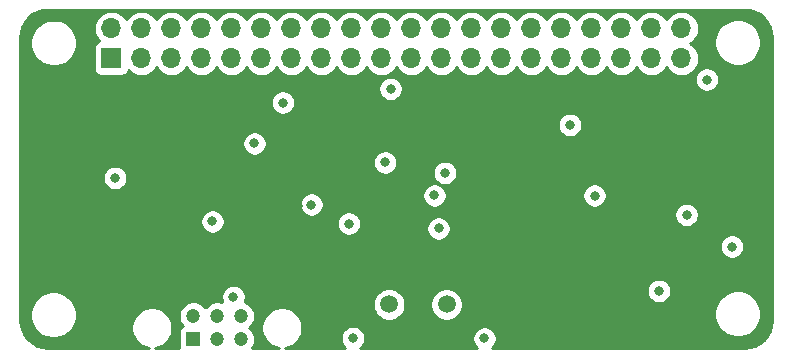
<source format=gbr>
G04 #@! TF.GenerationSoftware,KiCad,Pcbnew,(5.1.4)-1*
G04 #@! TF.CreationDate,2021-07-02T22:09:11-07:00*
G04 #@! TF.ProjectId,RocketPi,526f636b-6574-4506-992e-6b696361645f,rev?*
G04 #@! TF.SameCoordinates,Original*
G04 #@! TF.FileFunction,Copper,L2,Inr*
G04 #@! TF.FilePolarity,Positive*
%FSLAX46Y46*%
G04 Gerber Fmt 4.6, Leading zero omitted, Abs format (unit mm)*
G04 Created by KiCad (PCBNEW (5.1.4)-1) date 2021-07-02 22:09:11*
%MOMM*%
%LPD*%
G04 APERTURE LIST*
%ADD10C,1.500000*%
%ADD11O,1.700000X1.700000*%
%ADD12R,1.700000X1.700000*%
%ADD13C,1.200000*%
%ADD14R,1.200000X1.200000*%
%ADD15C,0.800000*%
%ADD16C,0.254000*%
G04 APERTURE END LIST*
D10*
X96948600Y-67792600D03*
X101828600Y-67792600D03*
D11*
X121691400Y-44424600D03*
X121691400Y-46964600D03*
X119151400Y-44424600D03*
X119151400Y-46964600D03*
X116611400Y-44424600D03*
X116611400Y-46964600D03*
X114071400Y-44424600D03*
X114071400Y-46964600D03*
X111531400Y-44424600D03*
X111531400Y-46964600D03*
X108991400Y-44424600D03*
X108991400Y-46964600D03*
X106451400Y-44424600D03*
X106451400Y-46964600D03*
X103911400Y-44424600D03*
X103911400Y-46964600D03*
X101371400Y-44424600D03*
X101371400Y-46964600D03*
X98831400Y-44424600D03*
X98831400Y-46964600D03*
X96291400Y-44424600D03*
X96291400Y-46964600D03*
X93751400Y-44424600D03*
X93751400Y-46964600D03*
X91211400Y-44424600D03*
X91211400Y-46964600D03*
X88671400Y-44424600D03*
X88671400Y-46964600D03*
X86131400Y-44424600D03*
X86131400Y-46964600D03*
X83591400Y-44424600D03*
X83591400Y-46964600D03*
X81051400Y-44424600D03*
X81051400Y-46964600D03*
X78511400Y-44424600D03*
X78511400Y-46964600D03*
X75971400Y-44424600D03*
X75971400Y-46964600D03*
X73431400Y-44424600D03*
D12*
X73431400Y-46964600D03*
D13*
X80372200Y-68773800D03*
X82372200Y-68773800D03*
X84372200Y-68773800D03*
X84372200Y-70773800D03*
D14*
X80372200Y-70773800D03*
D13*
X82372200Y-70773800D03*
D15*
X73761600Y-57099200D03*
X81991200Y-60782200D03*
X125984000Y-62915800D03*
X105029000Y-70688200D03*
X93878400Y-70662800D03*
X90373200Y-59359800D03*
X101142800Y-61366400D03*
X112268000Y-52603400D03*
X114350800Y-58597800D03*
X83769200Y-67157600D03*
X97078800Y-49555400D03*
X119786400Y-66649600D03*
X90093800Y-55473600D03*
X120091200Y-54203600D03*
X73863200Y-59232800D03*
X90043000Y-66573400D03*
X115087400Y-69113400D03*
X118922800Y-62534800D03*
X101727000Y-50596800D03*
X89230200Y-59486800D03*
X123850400Y-48768000D03*
X122148600Y-60223400D03*
X96621600Y-55778400D03*
X85547200Y-54178200D03*
X87960200Y-50723800D03*
X101676200Y-56667400D03*
X93548200Y-60960000D03*
X100787200Y-58572400D03*
D16*
G36*
X127019009Y-42863392D02*
G01*
X127501616Y-42910712D01*
X127933530Y-43041114D01*
X128331885Y-43252924D01*
X128681514Y-43538075D01*
X128969097Y-43885703D01*
X129183686Y-44282577D01*
X129317098Y-44713561D01*
X129367600Y-45194054D01*
X129367601Y-69144885D01*
X129320288Y-69627416D01*
X129189887Y-70059327D01*
X128978080Y-70457680D01*
X128692925Y-70807314D01*
X128345297Y-71094897D01*
X127948425Y-71309485D01*
X127517434Y-71442900D01*
X127036946Y-71493400D01*
X105686884Y-71493400D01*
X105688774Y-71492137D01*
X105832937Y-71347974D01*
X105946205Y-71178456D01*
X106024226Y-70990098D01*
X106064000Y-70790139D01*
X106064000Y-70586261D01*
X106024226Y-70386302D01*
X105946205Y-70197944D01*
X105832937Y-70028426D01*
X105688774Y-69884263D01*
X105519256Y-69770995D01*
X105330898Y-69692974D01*
X105130939Y-69653200D01*
X104927061Y-69653200D01*
X104727102Y-69692974D01*
X104538744Y-69770995D01*
X104369226Y-69884263D01*
X104225063Y-70028426D01*
X104111795Y-70197944D01*
X104033774Y-70386302D01*
X103994000Y-70586261D01*
X103994000Y-70790139D01*
X104033774Y-70990098D01*
X104111795Y-71178456D01*
X104225063Y-71347974D01*
X104369226Y-71492137D01*
X104371116Y-71493400D01*
X94498270Y-71493400D01*
X94538174Y-71466737D01*
X94682337Y-71322574D01*
X94795605Y-71153056D01*
X94873626Y-70964698D01*
X94913400Y-70764739D01*
X94913400Y-70560861D01*
X94873626Y-70360902D01*
X94795605Y-70172544D01*
X94682337Y-70003026D01*
X94538174Y-69858863D01*
X94368656Y-69745595D01*
X94180298Y-69667574D01*
X93980339Y-69627800D01*
X93776461Y-69627800D01*
X93576502Y-69667574D01*
X93388144Y-69745595D01*
X93218626Y-69858863D01*
X93074463Y-70003026D01*
X92961195Y-70172544D01*
X92883174Y-70360902D01*
X92843400Y-70560861D01*
X92843400Y-70764739D01*
X92883174Y-70964698D01*
X92961195Y-71153056D01*
X93074463Y-71322574D01*
X93218626Y-71466737D01*
X93258530Y-71493400D01*
X88120504Y-71493400D01*
X88378281Y-71442125D01*
X88694031Y-71311337D01*
X88978198Y-71121463D01*
X89219863Y-70879798D01*
X89409737Y-70595631D01*
X89540525Y-70279881D01*
X89607200Y-69944683D01*
X89607200Y-69602917D01*
X89540525Y-69267719D01*
X89409737Y-68951969D01*
X89219863Y-68667802D01*
X88978198Y-68426137D01*
X88694031Y-68236263D01*
X88378281Y-68105475D01*
X88043083Y-68038800D01*
X87701317Y-68038800D01*
X87366119Y-68105475D01*
X87050369Y-68236263D01*
X86766202Y-68426137D01*
X86524537Y-68667802D01*
X86334663Y-68951969D01*
X86203875Y-69267719D01*
X86137200Y-69602917D01*
X86137200Y-69944683D01*
X86203875Y-70279881D01*
X86334663Y-70595631D01*
X86524537Y-70879798D01*
X86766202Y-71121463D01*
X87050369Y-71311337D01*
X87366119Y-71442125D01*
X87623896Y-71493400D01*
X85376701Y-71493400D01*
X85466643Y-71358792D01*
X85559740Y-71134036D01*
X85607200Y-70895437D01*
X85607200Y-70652163D01*
X85559740Y-70413564D01*
X85466643Y-70188808D01*
X85331487Y-69986533D01*
X85159467Y-69814513D01*
X85098536Y-69773800D01*
X85159467Y-69733087D01*
X85331487Y-69561067D01*
X85466643Y-69358792D01*
X85559740Y-69134036D01*
X85607200Y-68895437D01*
X85607200Y-68652163D01*
X85559740Y-68413564D01*
X85466643Y-68188808D01*
X85331487Y-67986533D01*
X85159467Y-67814513D01*
X84957192Y-67679357D01*
X84901260Y-67656189D01*
X95563600Y-67656189D01*
X95563600Y-67929011D01*
X95616825Y-68196589D01*
X95721229Y-68448643D01*
X95872801Y-68675486D01*
X96065714Y-68868399D01*
X96292557Y-69019971D01*
X96544611Y-69124375D01*
X96812189Y-69177600D01*
X97085011Y-69177600D01*
X97352589Y-69124375D01*
X97604643Y-69019971D01*
X97831486Y-68868399D01*
X98024399Y-68675486D01*
X98175971Y-68448643D01*
X98280375Y-68196589D01*
X98333600Y-67929011D01*
X98333600Y-67656189D01*
X100443600Y-67656189D01*
X100443600Y-67929011D01*
X100496825Y-68196589D01*
X100601229Y-68448643D01*
X100752801Y-68675486D01*
X100945714Y-68868399D01*
X101172557Y-69019971D01*
X101424611Y-69124375D01*
X101692189Y-69177600D01*
X101965011Y-69177600D01*
X102232589Y-69124375D01*
X102484643Y-69019971D01*
X102711486Y-68868399D01*
X102904399Y-68675486D01*
X103055971Y-68448643D01*
X103072020Y-68409895D01*
X124481600Y-68409895D01*
X124481600Y-68800905D01*
X124557882Y-69184403D01*
X124707515Y-69545650D01*
X124924749Y-69870764D01*
X125201236Y-70147251D01*
X125526350Y-70364485D01*
X125887597Y-70514118D01*
X126271095Y-70590400D01*
X126662105Y-70590400D01*
X127045603Y-70514118D01*
X127406850Y-70364485D01*
X127731964Y-70147251D01*
X128008451Y-69870764D01*
X128225685Y-69545650D01*
X128375318Y-69184403D01*
X128451600Y-68800905D01*
X128451600Y-68409895D01*
X128375318Y-68026397D01*
X128225685Y-67665150D01*
X128008451Y-67340036D01*
X127731964Y-67063549D01*
X127406850Y-66846315D01*
X127045603Y-66696682D01*
X126662105Y-66620400D01*
X126271095Y-66620400D01*
X125887597Y-66696682D01*
X125526350Y-66846315D01*
X125201236Y-67063549D01*
X124924749Y-67340036D01*
X124707515Y-67665150D01*
X124557882Y-68026397D01*
X124481600Y-68409895D01*
X103072020Y-68409895D01*
X103160375Y-68196589D01*
X103213600Y-67929011D01*
X103213600Y-67656189D01*
X103160375Y-67388611D01*
X103055971Y-67136557D01*
X102904399Y-66909714D01*
X102711486Y-66716801D01*
X102484643Y-66565229D01*
X102442231Y-66547661D01*
X118751400Y-66547661D01*
X118751400Y-66751539D01*
X118791174Y-66951498D01*
X118869195Y-67139856D01*
X118982463Y-67309374D01*
X119126626Y-67453537D01*
X119296144Y-67566805D01*
X119484502Y-67644826D01*
X119684461Y-67684600D01*
X119888339Y-67684600D01*
X120088298Y-67644826D01*
X120276656Y-67566805D01*
X120446174Y-67453537D01*
X120590337Y-67309374D01*
X120703605Y-67139856D01*
X120781626Y-66951498D01*
X120821400Y-66751539D01*
X120821400Y-66547661D01*
X120781626Y-66347702D01*
X120703605Y-66159344D01*
X120590337Y-65989826D01*
X120446174Y-65845663D01*
X120276656Y-65732395D01*
X120088298Y-65654374D01*
X119888339Y-65614600D01*
X119684461Y-65614600D01*
X119484502Y-65654374D01*
X119296144Y-65732395D01*
X119126626Y-65845663D01*
X118982463Y-65989826D01*
X118869195Y-66159344D01*
X118791174Y-66347702D01*
X118751400Y-66547661D01*
X102442231Y-66547661D01*
X102232589Y-66460825D01*
X101965011Y-66407600D01*
X101692189Y-66407600D01*
X101424611Y-66460825D01*
X101172557Y-66565229D01*
X100945714Y-66716801D01*
X100752801Y-66909714D01*
X100601229Y-67136557D01*
X100496825Y-67388611D01*
X100443600Y-67656189D01*
X98333600Y-67656189D01*
X98280375Y-67388611D01*
X98175971Y-67136557D01*
X98024399Y-66909714D01*
X97831486Y-66716801D01*
X97604643Y-66565229D01*
X97352589Y-66460825D01*
X97085011Y-66407600D01*
X96812189Y-66407600D01*
X96544611Y-66460825D01*
X96292557Y-66565229D01*
X96065714Y-66716801D01*
X95872801Y-66909714D01*
X95721229Y-67136557D01*
X95616825Y-67388611D01*
X95563600Y-67656189D01*
X84901260Y-67656189D01*
X84732436Y-67586260D01*
X84713481Y-67582490D01*
X84764426Y-67459498D01*
X84804200Y-67259539D01*
X84804200Y-67055661D01*
X84764426Y-66855702D01*
X84686405Y-66667344D01*
X84573137Y-66497826D01*
X84428974Y-66353663D01*
X84259456Y-66240395D01*
X84071098Y-66162374D01*
X83871139Y-66122600D01*
X83667261Y-66122600D01*
X83467302Y-66162374D01*
X83278944Y-66240395D01*
X83109426Y-66353663D01*
X82965263Y-66497826D01*
X82851995Y-66667344D01*
X82773974Y-66855702D01*
X82734200Y-67055661D01*
X82734200Y-67259539D01*
X82773974Y-67459498D01*
X82845958Y-67633283D01*
X82732436Y-67586260D01*
X82493837Y-67538800D01*
X82250563Y-67538800D01*
X82011964Y-67586260D01*
X81787208Y-67679357D01*
X81584933Y-67814513D01*
X81412913Y-67986533D01*
X81372200Y-68047464D01*
X81331487Y-67986533D01*
X81159467Y-67814513D01*
X80957192Y-67679357D01*
X80732436Y-67586260D01*
X80493837Y-67538800D01*
X80250563Y-67538800D01*
X80011964Y-67586260D01*
X79787208Y-67679357D01*
X79584933Y-67814513D01*
X79412913Y-67986533D01*
X79277757Y-68188808D01*
X79184660Y-68413564D01*
X79137200Y-68652163D01*
X79137200Y-68895437D01*
X79184660Y-69134036D01*
X79277757Y-69358792D01*
X79412913Y-69561067D01*
X79468147Y-69616301D01*
X79417706Y-69643263D01*
X79321015Y-69722615D01*
X79241663Y-69819306D01*
X79182698Y-69929620D01*
X79146388Y-70049318D01*
X79134128Y-70173800D01*
X79134128Y-71373800D01*
X79145907Y-71493400D01*
X77120504Y-71493400D01*
X77378281Y-71442125D01*
X77694031Y-71311337D01*
X77978198Y-71121463D01*
X78219863Y-70879798D01*
X78409737Y-70595631D01*
X78540525Y-70279881D01*
X78607200Y-69944683D01*
X78607200Y-69602917D01*
X78540525Y-69267719D01*
X78409737Y-68951969D01*
X78219863Y-68667802D01*
X77978198Y-68426137D01*
X77694031Y-68236263D01*
X77378281Y-68105475D01*
X77043083Y-68038800D01*
X76701317Y-68038800D01*
X76366119Y-68105475D01*
X76050369Y-68236263D01*
X75766202Y-68426137D01*
X75524537Y-68667802D01*
X75334663Y-68951969D01*
X75203875Y-69267719D01*
X75137200Y-69602917D01*
X75137200Y-69944683D01*
X75203875Y-70279881D01*
X75334663Y-70595631D01*
X75524537Y-70879798D01*
X75766202Y-71121463D01*
X76050369Y-71311337D01*
X76366119Y-71442125D01*
X76623896Y-71493400D01*
X68086104Y-71493400D01*
X67603584Y-71446088D01*
X67171673Y-71315687D01*
X66773320Y-71103880D01*
X66423686Y-70818725D01*
X66136103Y-70471097D01*
X65921515Y-70074225D01*
X65788100Y-69643234D01*
X65737597Y-69162722D01*
X65737507Y-68486095D01*
X66544200Y-68486095D01*
X66544200Y-68877105D01*
X66620482Y-69260603D01*
X66770115Y-69621850D01*
X66987349Y-69946964D01*
X67263836Y-70223451D01*
X67588950Y-70440685D01*
X67950197Y-70590318D01*
X68333695Y-70666600D01*
X68724705Y-70666600D01*
X69108203Y-70590318D01*
X69469450Y-70440685D01*
X69794564Y-70223451D01*
X70071051Y-69946964D01*
X70288285Y-69621850D01*
X70437918Y-69260603D01*
X70514200Y-68877105D01*
X70514200Y-68486095D01*
X70437918Y-68102597D01*
X70288285Y-67741350D01*
X70071051Y-67416236D01*
X69794564Y-67139749D01*
X69469450Y-66922515D01*
X69108203Y-66772882D01*
X68724705Y-66696600D01*
X68333695Y-66696600D01*
X67950197Y-66772882D01*
X67588950Y-66922515D01*
X67263836Y-67139749D01*
X66987349Y-67416236D01*
X66770115Y-67741350D01*
X66620482Y-68102597D01*
X66544200Y-68486095D01*
X65737507Y-68486095D01*
X65736752Y-62813861D01*
X124949000Y-62813861D01*
X124949000Y-63017739D01*
X124988774Y-63217698D01*
X125066795Y-63406056D01*
X125180063Y-63575574D01*
X125324226Y-63719737D01*
X125493744Y-63833005D01*
X125682102Y-63911026D01*
X125882061Y-63950800D01*
X126085939Y-63950800D01*
X126285898Y-63911026D01*
X126474256Y-63833005D01*
X126643774Y-63719737D01*
X126787937Y-63575574D01*
X126901205Y-63406056D01*
X126979226Y-63217698D01*
X127019000Y-63017739D01*
X127019000Y-62813861D01*
X126979226Y-62613902D01*
X126901205Y-62425544D01*
X126787937Y-62256026D01*
X126643774Y-62111863D01*
X126474256Y-61998595D01*
X126285898Y-61920574D01*
X126085939Y-61880800D01*
X125882061Y-61880800D01*
X125682102Y-61920574D01*
X125493744Y-61998595D01*
X125324226Y-62111863D01*
X125180063Y-62256026D01*
X125066795Y-62425544D01*
X124988774Y-62613902D01*
X124949000Y-62813861D01*
X65736752Y-62813861D01*
X65736468Y-60680261D01*
X80956200Y-60680261D01*
X80956200Y-60884139D01*
X80995974Y-61084098D01*
X81073995Y-61272456D01*
X81187263Y-61441974D01*
X81331426Y-61586137D01*
X81500944Y-61699405D01*
X81689302Y-61777426D01*
X81889261Y-61817200D01*
X82093139Y-61817200D01*
X82293098Y-61777426D01*
X82481456Y-61699405D01*
X82650974Y-61586137D01*
X82795137Y-61441974D01*
X82908405Y-61272456D01*
X82986426Y-61084098D01*
X83026200Y-60884139D01*
X83026200Y-60858061D01*
X92513200Y-60858061D01*
X92513200Y-61061939D01*
X92552974Y-61261898D01*
X92630995Y-61450256D01*
X92744263Y-61619774D01*
X92888426Y-61763937D01*
X93057944Y-61877205D01*
X93246302Y-61955226D01*
X93446261Y-61995000D01*
X93650139Y-61995000D01*
X93850098Y-61955226D01*
X94038456Y-61877205D01*
X94207974Y-61763937D01*
X94352137Y-61619774D01*
X94465405Y-61450256D01*
X94542364Y-61264461D01*
X100107800Y-61264461D01*
X100107800Y-61468339D01*
X100147574Y-61668298D01*
X100225595Y-61856656D01*
X100338863Y-62026174D01*
X100483026Y-62170337D01*
X100652544Y-62283605D01*
X100840902Y-62361626D01*
X101040861Y-62401400D01*
X101244739Y-62401400D01*
X101444698Y-62361626D01*
X101633056Y-62283605D01*
X101802574Y-62170337D01*
X101946737Y-62026174D01*
X102060005Y-61856656D01*
X102138026Y-61668298D01*
X102177800Y-61468339D01*
X102177800Y-61264461D01*
X102138026Y-61064502D01*
X102060005Y-60876144D01*
X101946737Y-60706626D01*
X101802574Y-60562463D01*
X101633056Y-60449195D01*
X101444698Y-60371174D01*
X101244739Y-60331400D01*
X101040861Y-60331400D01*
X100840902Y-60371174D01*
X100652544Y-60449195D01*
X100483026Y-60562463D01*
X100338863Y-60706626D01*
X100225595Y-60876144D01*
X100147574Y-61064502D01*
X100107800Y-61264461D01*
X94542364Y-61264461D01*
X94543426Y-61261898D01*
X94583200Y-61061939D01*
X94583200Y-60858061D01*
X94543426Y-60658102D01*
X94465405Y-60469744D01*
X94352137Y-60300226D01*
X94207974Y-60156063D01*
X94156189Y-60121461D01*
X121113600Y-60121461D01*
X121113600Y-60325339D01*
X121153374Y-60525298D01*
X121231395Y-60713656D01*
X121344663Y-60883174D01*
X121488826Y-61027337D01*
X121658344Y-61140605D01*
X121846702Y-61218626D01*
X122046661Y-61258400D01*
X122250539Y-61258400D01*
X122450498Y-61218626D01*
X122638856Y-61140605D01*
X122808374Y-61027337D01*
X122952537Y-60883174D01*
X123065805Y-60713656D01*
X123143826Y-60525298D01*
X123183600Y-60325339D01*
X123183600Y-60121461D01*
X123143826Y-59921502D01*
X123065805Y-59733144D01*
X122952537Y-59563626D01*
X122808374Y-59419463D01*
X122638856Y-59306195D01*
X122450498Y-59228174D01*
X122250539Y-59188400D01*
X122046661Y-59188400D01*
X121846702Y-59228174D01*
X121658344Y-59306195D01*
X121488826Y-59419463D01*
X121344663Y-59563626D01*
X121231395Y-59733144D01*
X121153374Y-59921502D01*
X121113600Y-60121461D01*
X94156189Y-60121461D01*
X94038456Y-60042795D01*
X93850098Y-59964774D01*
X93650139Y-59925000D01*
X93446261Y-59925000D01*
X93246302Y-59964774D01*
X93057944Y-60042795D01*
X92888426Y-60156063D01*
X92744263Y-60300226D01*
X92630995Y-60469744D01*
X92552974Y-60658102D01*
X92513200Y-60858061D01*
X83026200Y-60858061D01*
X83026200Y-60680261D01*
X82986426Y-60480302D01*
X82908405Y-60291944D01*
X82795137Y-60122426D01*
X82650974Y-59978263D01*
X82481456Y-59864995D01*
X82293098Y-59786974D01*
X82093139Y-59747200D01*
X81889261Y-59747200D01*
X81689302Y-59786974D01*
X81500944Y-59864995D01*
X81331426Y-59978263D01*
X81187263Y-60122426D01*
X81073995Y-60291944D01*
X80995974Y-60480302D01*
X80956200Y-60680261D01*
X65736468Y-60680261D01*
X65736279Y-59257861D01*
X89338200Y-59257861D01*
X89338200Y-59461739D01*
X89377974Y-59661698D01*
X89455995Y-59850056D01*
X89569263Y-60019574D01*
X89713426Y-60163737D01*
X89882944Y-60277005D01*
X90071302Y-60355026D01*
X90271261Y-60394800D01*
X90475139Y-60394800D01*
X90675098Y-60355026D01*
X90863456Y-60277005D01*
X91032974Y-60163737D01*
X91177137Y-60019574D01*
X91290405Y-59850056D01*
X91368426Y-59661698D01*
X91408200Y-59461739D01*
X91408200Y-59257861D01*
X91368426Y-59057902D01*
X91290405Y-58869544D01*
X91177137Y-58700026D01*
X91032974Y-58555863D01*
X90905161Y-58470461D01*
X99752200Y-58470461D01*
X99752200Y-58674339D01*
X99791974Y-58874298D01*
X99869995Y-59062656D01*
X99983263Y-59232174D01*
X100127426Y-59376337D01*
X100296944Y-59489605D01*
X100485302Y-59567626D01*
X100685261Y-59607400D01*
X100889139Y-59607400D01*
X101089098Y-59567626D01*
X101277456Y-59489605D01*
X101446974Y-59376337D01*
X101591137Y-59232174D01*
X101704405Y-59062656D01*
X101782426Y-58874298D01*
X101822200Y-58674339D01*
X101822200Y-58495861D01*
X113315800Y-58495861D01*
X113315800Y-58699739D01*
X113355574Y-58899698D01*
X113433595Y-59088056D01*
X113546863Y-59257574D01*
X113691026Y-59401737D01*
X113860544Y-59515005D01*
X114048902Y-59593026D01*
X114248861Y-59632800D01*
X114452739Y-59632800D01*
X114652698Y-59593026D01*
X114841056Y-59515005D01*
X115010574Y-59401737D01*
X115154737Y-59257574D01*
X115268005Y-59088056D01*
X115346026Y-58899698D01*
X115385800Y-58699739D01*
X115385800Y-58495861D01*
X115346026Y-58295902D01*
X115268005Y-58107544D01*
X115154737Y-57938026D01*
X115010574Y-57793863D01*
X114841056Y-57680595D01*
X114652698Y-57602574D01*
X114452739Y-57562800D01*
X114248861Y-57562800D01*
X114048902Y-57602574D01*
X113860544Y-57680595D01*
X113691026Y-57793863D01*
X113546863Y-57938026D01*
X113433595Y-58107544D01*
X113355574Y-58295902D01*
X113315800Y-58495861D01*
X101822200Y-58495861D01*
X101822200Y-58470461D01*
X101782426Y-58270502D01*
X101704405Y-58082144D01*
X101591137Y-57912626D01*
X101446974Y-57768463D01*
X101277456Y-57655195D01*
X101089098Y-57577174D01*
X100889139Y-57537400D01*
X100685261Y-57537400D01*
X100485302Y-57577174D01*
X100296944Y-57655195D01*
X100127426Y-57768463D01*
X99983263Y-57912626D01*
X99869995Y-58082144D01*
X99791974Y-58270502D01*
X99752200Y-58470461D01*
X90905161Y-58470461D01*
X90863456Y-58442595D01*
X90675098Y-58364574D01*
X90475139Y-58324800D01*
X90271261Y-58324800D01*
X90071302Y-58364574D01*
X89882944Y-58442595D01*
X89713426Y-58555863D01*
X89569263Y-58700026D01*
X89455995Y-58869544D01*
X89377974Y-59057902D01*
X89338200Y-59257861D01*
X65736279Y-59257861D01*
X65735977Y-56997261D01*
X72726600Y-56997261D01*
X72726600Y-57201139D01*
X72766374Y-57401098D01*
X72844395Y-57589456D01*
X72957663Y-57758974D01*
X73101826Y-57903137D01*
X73271344Y-58016405D01*
X73459702Y-58094426D01*
X73659661Y-58134200D01*
X73863539Y-58134200D01*
X74063498Y-58094426D01*
X74251856Y-58016405D01*
X74421374Y-57903137D01*
X74565537Y-57758974D01*
X74678805Y-57589456D01*
X74756826Y-57401098D01*
X74796600Y-57201139D01*
X74796600Y-56997261D01*
X74756826Y-56797302D01*
X74678805Y-56608944D01*
X74565537Y-56439426D01*
X74421374Y-56295263D01*
X74251856Y-56181995D01*
X74063498Y-56103974D01*
X73863539Y-56064200D01*
X73659661Y-56064200D01*
X73459702Y-56103974D01*
X73271344Y-56181995D01*
X73101826Y-56295263D01*
X72957663Y-56439426D01*
X72844395Y-56608944D01*
X72766374Y-56797302D01*
X72726600Y-56997261D01*
X65735977Y-56997261D01*
X65735802Y-55676461D01*
X95586600Y-55676461D01*
X95586600Y-55880339D01*
X95626374Y-56080298D01*
X95704395Y-56268656D01*
X95817663Y-56438174D01*
X95961826Y-56582337D01*
X96131344Y-56695605D01*
X96319702Y-56773626D01*
X96519661Y-56813400D01*
X96723539Y-56813400D01*
X96923498Y-56773626D01*
X97111856Y-56695605D01*
X97281374Y-56582337D01*
X97298250Y-56565461D01*
X100641200Y-56565461D01*
X100641200Y-56769339D01*
X100680974Y-56969298D01*
X100758995Y-57157656D01*
X100872263Y-57327174D01*
X101016426Y-57471337D01*
X101185944Y-57584605D01*
X101374302Y-57662626D01*
X101574261Y-57702400D01*
X101778139Y-57702400D01*
X101978098Y-57662626D01*
X102166456Y-57584605D01*
X102335974Y-57471337D01*
X102480137Y-57327174D01*
X102593405Y-57157656D01*
X102671426Y-56969298D01*
X102711200Y-56769339D01*
X102711200Y-56565461D01*
X102671426Y-56365502D01*
X102593405Y-56177144D01*
X102480137Y-56007626D01*
X102335974Y-55863463D01*
X102166456Y-55750195D01*
X101978098Y-55672174D01*
X101778139Y-55632400D01*
X101574261Y-55632400D01*
X101374302Y-55672174D01*
X101185944Y-55750195D01*
X101016426Y-55863463D01*
X100872263Y-56007626D01*
X100758995Y-56177144D01*
X100680974Y-56365502D01*
X100641200Y-56565461D01*
X97298250Y-56565461D01*
X97425537Y-56438174D01*
X97538805Y-56268656D01*
X97616826Y-56080298D01*
X97656600Y-55880339D01*
X97656600Y-55676461D01*
X97616826Y-55476502D01*
X97538805Y-55288144D01*
X97425537Y-55118626D01*
X97281374Y-54974463D01*
X97111856Y-54861195D01*
X96923498Y-54783174D01*
X96723539Y-54743400D01*
X96519661Y-54743400D01*
X96319702Y-54783174D01*
X96131344Y-54861195D01*
X95961826Y-54974463D01*
X95817663Y-55118626D01*
X95704395Y-55288144D01*
X95626374Y-55476502D01*
X95586600Y-55676461D01*
X65735802Y-55676461D01*
X65735588Y-54076261D01*
X84512200Y-54076261D01*
X84512200Y-54280139D01*
X84551974Y-54480098D01*
X84629995Y-54668456D01*
X84743263Y-54837974D01*
X84887426Y-54982137D01*
X85056944Y-55095405D01*
X85245302Y-55173426D01*
X85445261Y-55213200D01*
X85649139Y-55213200D01*
X85849098Y-55173426D01*
X86037456Y-55095405D01*
X86206974Y-54982137D01*
X86351137Y-54837974D01*
X86464405Y-54668456D01*
X86542426Y-54480098D01*
X86582200Y-54280139D01*
X86582200Y-54076261D01*
X86542426Y-53876302D01*
X86464405Y-53687944D01*
X86351137Y-53518426D01*
X86206974Y-53374263D01*
X86037456Y-53260995D01*
X85849098Y-53182974D01*
X85649139Y-53143200D01*
X85445261Y-53143200D01*
X85245302Y-53182974D01*
X85056944Y-53260995D01*
X84887426Y-53374263D01*
X84743263Y-53518426D01*
X84629995Y-53687944D01*
X84551974Y-53876302D01*
X84512200Y-54076261D01*
X65735588Y-54076261D01*
X65735379Y-52501461D01*
X111233000Y-52501461D01*
X111233000Y-52705339D01*
X111272774Y-52905298D01*
X111350795Y-53093656D01*
X111464063Y-53263174D01*
X111608226Y-53407337D01*
X111777744Y-53520605D01*
X111966102Y-53598626D01*
X112166061Y-53638400D01*
X112369939Y-53638400D01*
X112569898Y-53598626D01*
X112758256Y-53520605D01*
X112927774Y-53407337D01*
X113071937Y-53263174D01*
X113185205Y-53093656D01*
X113263226Y-52905298D01*
X113303000Y-52705339D01*
X113303000Y-52501461D01*
X113263226Y-52301502D01*
X113185205Y-52113144D01*
X113071937Y-51943626D01*
X112927774Y-51799463D01*
X112758256Y-51686195D01*
X112569898Y-51608174D01*
X112369939Y-51568400D01*
X112166061Y-51568400D01*
X111966102Y-51608174D01*
X111777744Y-51686195D01*
X111608226Y-51799463D01*
X111464063Y-51943626D01*
X111350795Y-52113144D01*
X111272774Y-52301502D01*
X111233000Y-52501461D01*
X65735379Y-52501461D01*
X65735128Y-50621861D01*
X86925200Y-50621861D01*
X86925200Y-50825739D01*
X86964974Y-51025698D01*
X87042995Y-51214056D01*
X87156263Y-51383574D01*
X87300426Y-51527737D01*
X87469944Y-51641005D01*
X87658302Y-51719026D01*
X87858261Y-51758800D01*
X88062139Y-51758800D01*
X88262098Y-51719026D01*
X88450456Y-51641005D01*
X88619974Y-51527737D01*
X88764137Y-51383574D01*
X88877405Y-51214056D01*
X88955426Y-51025698D01*
X88995200Y-50825739D01*
X88995200Y-50621861D01*
X88955426Y-50421902D01*
X88877405Y-50233544D01*
X88764137Y-50064026D01*
X88619974Y-49919863D01*
X88450456Y-49806595D01*
X88262098Y-49728574D01*
X88062139Y-49688800D01*
X87858261Y-49688800D01*
X87658302Y-49728574D01*
X87469944Y-49806595D01*
X87300426Y-49919863D01*
X87156263Y-50064026D01*
X87042995Y-50233544D01*
X86964974Y-50421902D01*
X86925200Y-50621861D01*
X65735128Y-50621861D01*
X65734973Y-49453461D01*
X96043800Y-49453461D01*
X96043800Y-49657339D01*
X96083574Y-49857298D01*
X96161595Y-50045656D01*
X96274863Y-50215174D01*
X96419026Y-50359337D01*
X96588544Y-50472605D01*
X96776902Y-50550626D01*
X96976861Y-50590400D01*
X97180739Y-50590400D01*
X97380698Y-50550626D01*
X97569056Y-50472605D01*
X97738574Y-50359337D01*
X97882737Y-50215174D01*
X97996005Y-50045656D01*
X98074026Y-49857298D01*
X98113800Y-49657339D01*
X98113800Y-49453461D01*
X98074026Y-49253502D01*
X97996005Y-49065144D01*
X97882737Y-48895626D01*
X97738574Y-48751463D01*
X97610761Y-48666061D01*
X122815400Y-48666061D01*
X122815400Y-48869939D01*
X122855174Y-49069898D01*
X122933195Y-49258256D01*
X123046463Y-49427774D01*
X123190626Y-49571937D01*
X123360144Y-49685205D01*
X123548502Y-49763226D01*
X123748461Y-49803000D01*
X123952339Y-49803000D01*
X124152298Y-49763226D01*
X124340656Y-49685205D01*
X124510174Y-49571937D01*
X124654337Y-49427774D01*
X124767605Y-49258256D01*
X124845626Y-49069898D01*
X124885400Y-48869939D01*
X124885400Y-48666061D01*
X124845626Y-48466102D01*
X124767605Y-48277744D01*
X124654337Y-48108226D01*
X124510174Y-47964063D01*
X124340656Y-47850795D01*
X124152298Y-47772774D01*
X123952339Y-47733000D01*
X123748461Y-47733000D01*
X123548502Y-47772774D01*
X123360144Y-47850795D01*
X123190626Y-47964063D01*
X123046463Y-48108226D01*
X122933195Y-48277744D01*
X122855174Y-48466102D01*
X122815400Y-48666061D01*
X97610761Y-48666061D01*
X97569056Y-48638195D01*
X97380698Y-48560174D01*
X97180739Y-48520400D01*
X96976861Y-48520400D01*
X96776902Y-48560174D01*
X96588544Y-48638195D01*
X96419026Y-48751463D01*
X96274863Y-48895626D01*
X96161595Y-49065144D01*
X96083574Y-49253502D01*
X96043800Y-49453461D01*
X65734973Y-49453461D01*
X65734442Y-45473695D01*
X66569600Y-45473695D01*
X66569600Y-45864705D01*
X66645882Y-46248203D01*
X66795515Y-46609450D01*
X67012749Y-46934564D01*
X67289236Y-47211051D01*
X67614350Y-47428285D01*
X67975597Y-47577918D01*
X68359095Y-47654200D01*
X68750105Y-47654200D01*
X69133603Y-47577918D01*
X69494850Y-47428285D01*
X69819964Y-47211051D01*
X70096451Y-46934564D01*
X70313685Y-46609450D01*
X70463318Y-46248203D01*
X70539600Y-45864705D01*
X70539600Y-45473695D01*
X70463318Y-45090197D01*
X70313685Y-44728950D01*
X70110326Y-44424600D01*
X71939215Y-44424600D01*
X71967887Y-44715711D01*
X72052801Y-44995634D01*
X72190694Y-45253614D01*
X72376266Y-45479734D01*
X72406087Y-45504207D01*
X72337220Y-45525098D01*
X72226906Y-45584063D01*
X72130215Y-45663415D01*
X72050863Y-45760106D01*
X71991898Y-45870420D01*
X71955588Y-45990118D01*
X71943328Y-46114600D01*
X71943328Y-47814600D01*
X71955588Y-47939082D01*
X71991898Y-48058780D01*
X72050863Y-48169094D01*
X72130215Y-48265785D01*
X72226906Y-48345137D01*
X72337220Y-48404102D01*
X72456918Y-48440412D01*
X72581400Y-48452672D01*
X74281400Y-48452672D01*
X74405882Y-48440412D01*
X74525580Y-48404102D01*
X74635894Y-48345137D01*
X74732585Y-48265785D01*
X74811937Y-48169094D01*
X74870902Y-48058780D01*
X74891793Y-47989913D01*
X74916266Y-48019734D01*
X75142386Y-48205306D01*
X75400366Y-48343199D01*
X75680289Y-48428113D01*
X75898450Y-48449600D01*
X76044350Y-48449600D01*
X76262511Y-48428113D01*
X76542434Y-48343199D01*
X76800414Y-48205306D01*
X77026534Y-48019734D01*
X77212106Y-47793614D01*
X77241400Y-47738809D01*
X77270694Y-47793614D01*
X77456266Y-48019734D01*
X77682386Y-48205306D01*
X77940366Y-48343199D01*
X78220289Y-48428113D01*
X78438450Y-48449600D01*
X78584350Y-48449600D01*
X78802511Y-48428113D01*
X79082434Y-48343199D01*
X79340414Y-48205306D01*
X79566534Y-48019734D01*
X79752106Y-47793614D01*
X79781400Y-47738809D01*
X79810694Y-47793614D01*
X79996266Y-48019734D01*
X80222386Y-48205306D01*
X80480366Y-48343199D01*
X80760289Y-48428113D01*
X80978450Y-48449600D01*
X81124350Y-48449600D01*
X81342511Y-48428113D01*
X81622434Y-48343199D01*
X81880414Y-48205306D01*
X82106534Y-48019734D01*
X82292106Y-47793614D01*
X82321400Y-47738809D01*
X82350694Y-47793614D01*
X82536266Y-48019734D01*
X82762386Y-48205306D01*
X83020366Y-48343199D01*
X83300289Y-48428113D01*
X83518450Y-48449600D01*
X83664350Y-48449600D01*
X83882511Y-48428113D01*
X84162434Y-48343199D01*
X84420414Y-48205306D01*
X84646534Y-48019734D01*
X84832106Y-47793614D01*
X84861400Y-47738809D01*
X84890694Y-47793614D01*
X85076266Y-48019734D01*
X85302386Y-48205306D01*
X85560366Y-48343199D01*
X85840289Y-48428113D01*
X86058450Y-48449600D01*
X86204350Y-48449600D01*
X86422511Y-48428113D01*
X86702434Y-48343199D01*
X86960414Y-48205306D01*
X87186534Y-48019734D01*
X87372106Y-47793614D01*
X87401400Y-47738809D01*
X87430694Y-47793614D01*
X87616266Y-48019734D01*
X87842386Y-48205306D01*
X88100366Y-48343199D01*
X88380289Y-48428113D01*
X88598450Y-48449600D01*
X88744350Y-48449600D01*
X88962511Y-48428113D01*
X89242434Y-48343199D01*
X89500414Y-48205306D01*
X89726534Y-48019734D01*
X89912106Y-47793614D01*
X89941400Y-47738809D01*
X89970694Y-47793614D01*
X90156266Y-48019734D01*
X90382386Y-48205306D01*
X90640366Y-48343199D01*
X90920289Y-48428113D01*
X91138450Y-48449600D01*
X91284350Y-48449600D01*
X91502511Y-48428113D01*
X91782434Y-48343199D01*
X92040414Y-48205306D01*
X92266534Y-48019734D01*
X92452106Y-47793614D01*
X92481400Y-47738809D01*
X92510694Y-47793614D01*
X92696266Y-48019734D01*
X92922386Y-48205306D01*
X93180366Y-48343199D01*
X93460289Y-48428113D01*
X93678450Y-48449600D01*
X93824350Y-48449600D01*
X94042511Y-48428113D01*
X94322434Y-48343199D01*
X94580414Y-48205306D01*
X94806534Y-48019734D01*
X94992106Y-47793614D01*
X95021400Y-47738809D01*
X95050694Y-47793614D01*
X95236266Y-48019734D01*
X95462386Y-48205306D01*
X95720366Y-48343199D01*
X96000289Y-48428113D01*
X96218450Y-48449600D01*
X96364350Y-48449600D01*
X96582511Y-48428113D01*
X96862434Y-48343199D01*
X97120414Y-48205306D01*
X97346534Y-48019734D01*
X97532106Y-47793614D01*
X97561400Y-47738809D01*
X97590694Y-47793614D01*
X97776266Y-48019734D01*
X98002386Y-48205306D01*
X98260366Y-48343199D01*
X98540289Y-48428113D01*
X98758450Y-48449600D01*
X98904350Y-48449600D01*
X99122511Y-48428113D01*
X99402434Y-48343199D01*
X99660414Y-48205306D01*
X99886534Y-48019734D01*
X100072106Y-47793614D01*
X100101400Y-47738809D01*
X100130694Y-47793614D01*
X100316266Y-48019734D01*
X100542386Y-48205306D01*
X100800366Y-48343199D01*
X101080289Y-48428113D01*
X101298450Y-48449600D01*
X101444350Y-48449600D01*
X101662511Y-48428113D01*
X101942434Y-48343199D01*
X102200414Y-48205306D01*
X102426534Y-48019734D01*
X102612106Y-47793614D01*
X102641400Y-47738809D01*
X102670694Y-47793614D01*
X102856266Y-48019734D01*
X103082386Y-48205306D01*
X103340366Y-48343199D01*
X103620289Y-48428113D01*
X103838450Y-48449600D01*
X103984350Y-48449600D01*
X104202511Y-48428113D01*
X104482434Y-48343199D01*
X104740414Y-48205306D01*
X104966534Y-48019734D01*
X105152106Y-47793614D01*
X105181400Y-47738809D01*
X105210694Y-47793614D01*
X105396266Y-48019734D01*
X105622386Y-48205306D01*
X105880366Y-48343199D01*
X106160289Y-48428113D01*
X106378450Y-48449600D01*
X106524350Y-48449600D01*
X106742511Y-48428113D01*
X107022434Y-48343199D01*
X107280414Y-48205306D01*
X107506534Y-48019734D01*
X107692106Y-47793614D01*
X107721400Y-47738809D01*
X107750694Y-47793614D01*
X107936266Y-48019734D01*
X108162386Y-48205306D01*
X108420366Y-48343199D01*
X108700289Y-48428113D01*
X108918450Y-48449600D01*
X109064350Y-48449600D01*
X109282511Y-48428113D01*
X109562434Y-48343199D01*
X109820414Y-48205306D01*
X110046534Y-48019734D01*
X110232106Y-47793614D01*
X110261400Y-47738809D01*
X110290694Y-47793614D01*
X110476266Y-48019734D01*
X110702386Y-48205306D01*
X110960366Y-48343199D01*
X111240289Y-48428113D01*
X111458450Y-48449600D01*
X111604350Y-48449600D01*
X111822511Y-48428113D01*
X112102434Y-48343199D01*
X112360414Y-48205306D01*
X112586534Y-48019734D01*
X112772106Y-47793614D01*
X112801400Y-47738809D01*
X112830694Y-47793614D01*
X113016266Y-48019734D01*
X113242386Y-48205306D01*
X113500366Y-48343199D01*
X113780289Y-48428113D01*
X113998450Y-48449600D01*
X114144350Y-48449600D01*
X114362511Y-48428113D01*
X114642434Y-48343199D01*
X114900414Y-48205306D01*
X115126534Y-48019734D01*
X115312106Y-47793614D01*
X115341400Y-47738809D01*
X115370694Y-47793614D01*
X115556266Y-48019734D01*
X115782386Y-48205306D01*
X116040366Y-48343199D01*
X116320289Y-48428113D01*
X116538450Y-48449600D01*
X116684350Y-48449600D01*
X116902511Y-48428113D01*
X117182434Y-48343199D01*
X117440414Y-48205306D01*
X117666534Y-48019734D01*
X117852106Y-47793614D01*
X117881400Y-47738809D01*
X117910694Y-47793614D01*
X118096266Y-48019734D01*
X118322386Y-48205306D01*
X118580366Y-48343199D01*
X118860289Y-48428113D01*
X119078450Y-48449600D01*
X119224350Y-48449600D01*
X119442511Y-48428113D01*
X119722434Y-48343199D01*
X119980414Y-48205306D01*
X120206534Y-48019734D01*
X120392106Y-47793614D01*
X120421400Y-47738809D01*
X120450694Y-47793614D01*
X120636266Y-48019734D01*
X120862386Y-48205306D01*
X121120366Y-48343199D01*
X121400289Y-48428113D01*
X121618450Y-48449600D01*
X121764350Y-48449600D01*
X121982511Y-48428113D01*
X122262434Y-48343199D01*
X122520414Y-48205306D01*
X122746534Y-48019734D01*
X122932106Y-47793614D01*
X123069999Y-47535634D01*
X123154913Y-47255711D01*
X123183585Y-46964600D01*
X123154913Y-46673489D01*
X123069999Y-46393566D01*
X122932106Y-46135586D01*
X122746534Y-45909466D01*
X122520414Y-45723894D01*
X122465609Y-45694600D01*
X122520414Y-45665306D01*
X122746534Y-45479734D01*
X122793180Y-45422895D01*
X124481600Y-45422895D01*
X124481600Y-45813905D01*
X124557882Y-46197403D01*
X124707515Y-46558650D01*
X124924749Y-46883764D01*
X125201236Y-47160251D01*
X125526350Y-47377485D01*
X125887597Y-47527118D01*
X126271095Y-47603400D01*
X126662105Y-47603400D01*
X127045603Y-47527118D01*
X127406850Y-47377485D01*
X127731964Y-47160251D01*
X128008451Y-46883764D01*
X128225685Y-46558650D01*
X128375318Y-46197403D01*
X128451600Y-45813905D01*
X128451600Y-45422895D01*
X128375318Y-45039397D01*
X128225685Y-44678150D01*
X128008451Y-44353036D01*
X127731964Y-44076549D01*
X127406850Y-43859315D01*
X127045603Y-43709682D01*
X126662105Y-43633400D01*
X126271095Y-43633400D01*
X125887597Y-43709682D01*
X125526350Y-43859315D01*
X125201236Y-44076549D01*
X124924749Y-44353036D01*
X124707515Y-44678150D01*
X124557882Y-45039397D01*
X124481600Y-45422895D01*
X122793180Y-45422895D01*
X122932106Y-45253614D01*
X123069999Y-44995634D01*
X123154913Y-44715711D01*
X123183585Y-44424600D01*
X123154913Y-44133489D01*
X123069999Y-43853566D01*
X122932106Y-43595586D01*
X122746534Y-43369466D01*
X122520414Y-43183894D01*
X122262434Y-43046001D01*
X121982511Y-42961087D01*
X121764350Y-42939600D01*
X121618450Y-42939600D01*
X121400289Y-42961087D01*
X121120366Y-43046001D01*
X120862386Y-43183894D01*
X120636266Y-43369466D01*
X120450694Y-43595586D01*
X120421400Y-43650391D01*
X120392106Y-43595586D01*
X120206534Y-43369466D01*
X119980414Y-43183894D01*
X119722434Y-43046001D01*
X119442511Y-42961087D01*
X119224350Y-42939600D01*
X119078450Y-42939600D01*
X118860289Y-42961087D01*
X118580366Y-43046001D01*
X118322386Y-43183894D01*
X118096266Y-43369466D01*
X117910694Y-43595586D01*
X117881400Y-43650391D01*
X117852106Y-43595586D01*
X117666534Y-43369466D01*
X117440414Y-43183894D01*
X117182434Y-43046001D01*
X116902511Y-42961087D01*
X116684350Y-42939600D01*
X116538450Y-42939600D01*
X116320289Y-42961087D01*
X116040366Y-43046001D01*
X115782386Y-43183894D01*
X115556266Y-43369466D01*
X115370694Y-43595586D01*
X115341400Y-43650391D01*
X115312106Y-43595586D01*
X115126534Y-43369466D01*
X114900414Y-43183894D01*
X114642434Y-43046001D01*
X114362511Y-42961087D01*
X114144350Y-42939600D01*
X113998450Y-42939600D01*
X113780289Y-42961087D01*
X113500366Y-43046001D01*
X113242386Y-43183894D01*
X113016266Y-43369466D01*
X112830694Y-43595586D01*
X112801400Y-43650391D01*
X112772106Y-43595586D01*
X112586534Y-43369466D01*
X112360414Y-43183894D01*
X112102434Y-43046001D01*
X111822511Y-42961087D01*
X111604350Y-42939600D01*
X111458450Y-42939600D01*
X111240289Y-42961087D01*
X110960366Y-43046001D01*
X110702386Y-43183894D01*
X110476266Y-43369466D01*
X110290694Y-43595586D01*
X110261400Y-43650391D01*
X110232106Y-43595586D01*
X110046534Y-43369466D01*
X109820414Y-43183894D01*
X109562434Y-43046001D01*
X109282511Y-42961087D01*
X109064350Y-42939600D01*
X108918450Y-42939600D01*
X108700289Y-42961087D01*
X108420366Y-43046001D01*
X108162386Y-43183894D01*
X107936266Y-43369466D01*
X107750694Y-43595586D01*
X107721400Y-43650391D01*
X107692106Y-43595586D01*
X107506534Y-43369466D01*
X107280414Y-43183894D01*
X107022434Y-43046001D01*
X106742511Y-42961087D01*
X106524350Y-42939600D01*
X106378450Y-42939600D01*
X106160289Y-42961087D01*
X105880366Y-43046001D01*
X105622386Y-43183894D01*
X105396266Y-43369466D01*
X105210694Y-43595586D01*
X105181400Y-43650391D01*
X105152106Y-43595586D01*
X104966534Y-43369466D01*
X104740414Y-43183894D01*
X104482434Y-43046001D01*
X104202511Y-42961087D01*
X103984350Y-42939600D01*
X103838450Y-42939600D01*
X103620289Y-42961087D01*
X103340366Y-43046001D01*
X103082386Y-43183894D01*
X102856266Y-43369466D01*
X102670694Y-43595586D01*
X102641400Y-43650391D01*
X102612106Y-43595586D01*
X102426534Y-43369466D01*
X102200414Y-43183894D01*
X101942434Y-43046001D01*
X101662511Y-42961087D01*
X101444350Y-42939600D01*
X101298450Y-42939600D01*
X101080289Y-42961087D01*
X100800366Y-43046001D01*
X100542386Y-43183894D01*
X100316266Y-43369466D01*
X100130694Y-43595586D01*
X100101400Y-43650391D01*
X100072106Y-43595586D01*
X99886534Y-43369466D01*
X99660414Y-43183894D01*
X99402434Y-43046001D01*
X99122511Y-42961087D01*
X98904350Y-42939600D01*
X98758450Y-42939600D01*
X98540289Y-42961087D01*
X98260366Y-43046001D01*
X98002386Y-43183894D01*
X97776266Y-43369466D01*
X97590694Y-43595586D01*
X97561400Y-43650391D01*
X97532106Y-43595586D01*
X97346534Y-43369466D01*
X97120414Y-43183894D01*
X96862434Y-43046001D01*
X96582511Y-42961087D01*
X96364350Y-42939600D01*
X96218450Y-42939600D01*
X96000289Y-42961087D01*
X95720366Y-43046001D01*
X95462386Y-43183894D01*
X95236266Y-43369466D01*
X95050694Y-43595586D01*
X95021400Y-43650391D01*
X94992106Y-43595586D01*
X94806534Y-43369466D01*
X94580414Y-43183894D01*
X94322434Y-43046001D01*
X94042511Y-42961087D01*
X93824350Y-42939600D01*
X93678450Y-42939600D01*
X93460289Y-42961087D01*
X93180366Y-43046001D01*
X92922386Y-43183894D01*
X92696266Y-43369466D01*
X92510694Y-43595586D01*
X92481400Y-43650391D01*
X92452106Y-43595586D01*
X92266534Y-43369466D01*
X92040414Y-43183894D01*
X91782434Y-43046001D01*
X91502511Y-42961087D01*
X91284350Y-42939600D01*
X91138450Y-42939600D01*
X90920289Y-42961087D01*
X90640366Y-43046001D01*
X90382386Y-43183894D01*
X90156266Y-43369466D01*
X89970694Y-43595586D01*
X89941400Y-43650391D01*
X89912106Y-43595586D01*
X89726534Y-43369466D01*
X89500414Y-43183894D01*
X89242434Y-43046001D01*
X88962511Y-42961087D01*
X88744350Y-42939600D01*
X88598450Y-42939600D01*
X88380289Y-42961087D01*
X88100366Y-43046001D01*
X87842386Y-43183894D01*
X87616266Y-43369466D01*
X87430694Y-43595586D01*
X87401400Y-43650391D01*
X87372106Y-43595586D01*
X87186534Y-43369466D01*
X86960414Y-43183894D01*
X86702434Y-43046001D01*
X86422511Y-42961087D01*
X86204350Y-42939600D01*
X86058450Y-42939600D01*
X85840289Y-42961087D01*
X85560366Y-43046001D01*
X85302386Y-43183894D01*
X85076266Y-43369466D01*
X84890694Y-43595586D01*
X84861400Y-43650391D01*
X84832106Y-43595586D01*
X84646534Y-43369466D01*
X84420414Y-43183894D01*
X84162434Y-43046001D01*
X83882511Y-42961087D01*
X83664350Y-42939600D01*
X83518450Y-42939600D01*
X83300289Y-42961087D01*
X83020366Y-43046001D01*
X82762386Y-43183894D01*
X82536266Y-43369466D01*
X82350694Y-43595586D01*
X82321400Y-43650391D01*
X82292106Y-43595586D01*
X82106534Y-43369466D01*
X81880414Y-43183894D01*
X81622434Y-43046001D01*
X81342511Y-42961087D01*
X81124350Y-42939600D01*
X80978450Y-42939600D01*
X80760289Y-42961087D01*
X80480366Y-43046001D01*
X80222386Y-43183894D01*
X79996266Y-43369466D01*
X79810694Y-43595586D01*
X79781400Y-43650391D01*
X79752106Y-43595586D01*
X79566534Y-43369466D01*
X79340414Y-43183894D01*
X79082434Y-43046001D01*
X78802511Y-42961087D01*
X78584350Y-42939600D01*
X78438450Y-42939600D01*
X78220289Y-42961087D01*
X77940366Y-43046001D01*
X77682386Y-43183894D01*
X77456266Y-43369466D01*
X77270694Y-43595586D01*
X77241400Y-43650391D01*
X77212106Y-43595586D01*
X77026534Y-43369466D01*
X76800414Y-43183894D01*
X76542434Y-43046001D01*
X76262511Y-42961087D01*
X76044350Y-42939600D01*
X75898450Y-42939600D01*
X75680289Y-42961087D01*
X75400366Y-43046001D01*
X75142386Y-43183894D01*
X74916266Y-43369466D01*
X74730694Y-43595586D01*
X74701400Y-43650391D01*
X74672106Y-43595586D01*
X74486534Y-43369466D01*
X74260414Y-43183894D01*
X74002434Y-43046001D01*
X73722511Y-42961087D01*
X73504350Y-42939600D01*
X73358450Y-42939600D01*
X73140289Y-42961087D01*
X72860366Y-43046001D01*
X72602386Y-43183894D01*
X72376266Y-43369466D01*
X72190694Y-43595586D01*
X72052801Y-43853566D01*
X71967887Y-44133489D01*
X71939215Y-44424600D01*
X70110326Y-44424600D01*
X70096451Y-44403836D01*
X69819964Y-44127349D01*
X69494850Y-43910115D01*
X69133603Y-43760482D01*
X68750105Y-43684200D01*
X68359095Y-43684200D01*
X67975597Y-43760482D01*
X67614350Y-43910115D01*
X67289236Y-44127349D01*
X67012749Y-44403836D01*
X66795515Y-44728950D01*
X66645882Y-45090197D01*
X66569600Y-45473695D01*
X65734442Y-45473695D01*
X65734404Y-45194664D01*
X65781658Y-44712730D01*
X65911904Y-44281336D01*
X66123456Y-43883465D01*
X66408261Y-43534260D01*
X66755471Y-43247023D01*
X67151858Y-43032697D01*
X67582327Y-42899444D01*
X68062244Y-42849003D01*
X127019009Y-42863392D01*
X127019009Y-42863392D01*
G37*
X127019009Y-42863392D02*
X127501616Y-42910712D01*
X127933530Y-43041114D01*
X128331885Y-43252924D01*
X128681514Y-43538075D01*
X128969097Y-43885703D01*
X129183686Y-44282577D01*
X129317098Y-44713561D01*
X129367600Y-45194054D01*
X129367601Y-69144885D01*
X129320288Y-69627416D01*
X129189887Y-70059327D01*
X128978080Y-70457680D01*
X128692925Y-70807314D01*
X128345297Y-71094897D01*
X127948425Y-71309485D01*
X127517434Y-71442900D01*
X127036946Y-71493400D01*
X105686884Y-71493400D01*
X105688774Y-71492137D01*
X105832937Y-71347974D01*
X105946205Y-71178456D01*
X106024226Y-70990098D01*
X106064000Y-70790139D01*
X106064000Y-70586261D01*
X106024226Y-70386302D01*
X105946205Y-70197944D01*
X105832937Y-70028426D01*
X105688774Y-69884263D01*
X105519256Y-69770995D01*
X105330898Y-69692974D01*
X105130939Y-69653200D01*
X104927061Y-69653200D01*
X104727102Y-69692974D01*
X104538744Y-69770995D01*
X104369226Y-69884263D01*
X104225063Y-70028426D01*
X104111795Y-70197944D01*
X104033774Y-70386302D01*
X103994000Y-70586261D01*
X103994000Y-70790139D01*
X104033774Y-70990098D01*
X104111795Y-71178456D01*
X104225063Y-71347974D01*
X104369226Y-71492137D01*
X104371116Y-71493400D01*
X94498270Y-71493400D01*
X94538174Y-71466737D01*
X94682337Y-71322574D01*
X94795605Y-71153056D01*
X94873626Y-70964698D01*
X94913400Y-70764739D01*
X94913400Y-70560861D01*
X94873626Y-70360902D01*
X94795605Y-70172544D01*
X94682337Y-70003026D01*
X94538174Y-69858863D01*
X94368656Y-69745595D01*
X94180298Y-69667574D01*
X93980339Y-69627800D01*
X93776461Y-69627800D01*
X93576502Y-69667574D01*
X93388144Y-69745595D01*
X93218626Y-69858863D01*
X93074463Y-70003026D01*
X92961195Y-70172544D01*
X92883174Y-70360902D01*
X92843400Y-70560861D01*
X92843400Y-70764739D01*
X92883174Y-70964698D01*
X92961195Y-71153056D01*
X93074463Y-71322574D01*
X93218626Y-71466737D01*
X93258530Y-71493400D01*
X88120504Y-71493400D01*
X88378281Y-71442125D01*
X88694031Y-71311337D01*
X88978198Y-71121463D01*
X89219863Y-70879798D01*
X89409737Y-70595631D01*
X89540525Y-70279881D01*
X89607200Y-69944683D01*
X89607200Y-69602917D01*
X89540525Y-69267719D01*
X89409737Y-68951969D01*
X89219863Y-68667802D01*
X88978198Y-68426137D01*
X88694031Y-68236263D01*
X88378281Y-68105475D01*
X88043083Y-68038800D01*
X87701317Y-68038800D01*
X87366119Y-68105475D01*
X87050369Y-68236263D01*
X86766202Y-68426137D01*
X86524537Y-68667802D01*
X86334663Y-68951969D01*
X86203875Y-69267719D01*
X86137200Y-69602917D01*
X86137200Y-69944683D01*
X86203875Y-70279881D01*
X86334663Y-70595631D01*
X86524537Y-70879798D01*
X86766202Y-71121463D01*
X87050369Y-71311337D01*
X87366119Y-71442125D01*
X87623896Y-71493400D01*
X85376701Y-71493400D01*
X85466643Y-71358792D01*
X85559740Y-71134036D01*
X85607200Y-70895437D01*
X85607200Y-70652163D01*
X85559740Y-70413564D01*
X85466643Y-70188808D01*
X85331487Y-69986533D01*
X85159467Y-69814513D01*
X85098536Y-69773800D01*
X85159467Y-69733087D01*
X85331487Y-69561067D01*
X85466643Y-69358792D01*
X85559740Y-69134036D01*
X85607200Y-68895437D01*
X85607200Y-68652163D01*
X85559740Y-68413564D01*
X85466643Y-68188808D01*
X85331487Y-67986533D01*
X85159467Y-67814513D01*
X84957192Y-67679357D01*
X84901260Y-67656189D01*
X95563600Y-67656189D01*
X95563600Y-67929011D01*
X95616825Y-68196589D01*
X95721229Y-68448643D01*
X95872801Y-68675486D01*
X96065714Y-68868399D01*
X96292557Y-69019971D01*
X96544611Y-69124375D01*
X96812189Y-69177600D01*
X97085011Y-69177600D01*
X97352589Y-69124375D01*
X97604643Y-69019971D01*
X97831486Y-68868399D01*
X98024399Y-68675486D01*
X98175971Y-68448643D01*
X98280375Y-68196589D01*
X98333600Y-67929011D01*
X98333600Y-67656189D01*
X100443600Y-67656189D01*
X100443600Y-67929011D01*
X100496825Y-68196589D01*
X100601229Y-68448643D01*
X100752801Y-68675486D01*
X100945714Y-68868399D01*
X101172557Y-69019971D01*
X101424611Y-69124375D01*
X101692189Y-69177600D01*
X101965011Y-69177600D01*
X102232589Y-69124375D01*
X102484643Y-69019971D01*
X102711486Y-68868399D01*
X102904399Y-68675486D01*
X103055971Y-68448643D01*
X103072020Y-68409895D01*
X124481600Y-68409895D01*
X124481600Y-68800905D01*
X124557882Y-69184403D01*
X124707515Y-69545650D01*
X124924749Y-69870764D01*
X125201236Y-70147251D01*
X125526350Y-70364485D01*
X125887597Y-70514118D01*
X126271095Y-70590400D01*
X126662105Y-70590400D01*
X127045603Y-70514118D01*
X127406850Y-70364485D01*
X127731964Y-70147251D01*
X128008451Y-69870764D01*
X128225685Y-69545650D01*
X128375318Y-69184403D01*
X128451600Y-68800905D01*
X128451600Y-68409895D01*
X128375318Y-68026397D01*
X128225685Y-67665150D01*
X128008451Y-67340036D01*
X127731964Y-67063549D01*
X127406850Y-66846315D01*
X127045603Y-66696682D01*
X126662105Y-66620400D01*
X126271095Y-66620400D01*
X125887597Y-66696682D01*
X125526350Y-66846315D01*
X125201236Y-67063549D01*
X124924749Y-67340036D01*
X124707515Y-67665150D01*
X124557882Y-68026397D01*
X124481600Y-68409895D01*
X103072020Y-68409895D01*
X103160375Y-68196589D01*
X103213600Y-67929011D01*
X103213600Y-67656189D01*
X103160375Y-67388611D01*
X103055971Y-67136557D01*
X102904399Y-66909714D01*
X102711486Y-66716801D01*
X102484643Y-66565229D01*
X102442231Y-66547661D01*
X118751400Y-66547661D01*
X118751400Y-66751539D01*
X118791174Y-66951498D01*
X118869195Y-67139856D01*
X118982463Y-67309374D01*
X119126626Y-67453537D01*
X119296144Y-67566805D01*
X119484502Y-67644826D01*
X119684461Y-67684600D01*
X119888339Y-67684600D01*
X120088298Y-67644826D01*
X120276656Y-67566805D01*
X120446174Y-67453537D01*
X120590337Y-67309374D01*
X120703605Y-67139856D01*
X120781626Y-66951498D01*
X120821400Y-66751539D01*
X120821400Y-66547661D01*
X120781626Y-66347702D01*
X120703605Y-66159344D01*
X120590337Y-65989826D01*
X120446174Y-65845663D01*
X120276656Y-65732395D01*
X120088298Y-65654374D01*
X119888339Y-65614600D01*
X119684461Y-65614600D01*
X119484502Y-65654374D01*
X119296144Y-65732395D01*
X119126626Y-65845663D01*
X118982463Y-65989826D01*
X118869195Y-66159344D01*
X118791174Y-66347702D01*
X118751400Y-66547661D01*
X102442231Y-66547661D01*
X102232589Y-66460825D01*
X101965011Y-66407600D01*
X101692189Y-66407600D01*
X101424611Y-66460825D01*
X101172557Y-66565229D01*
X100945714Y-66716801D01*
X100752801Y-66909714D01*
X100601229Y-67136557D01*
X100496825Y-67388611D01*
X100443600Y-67656189D01*
X98333600Y-67656189D01*
X98280375Y-67388611D01*
X98175971Y-67136557D01*
X98024399Y-66909714D01*
X97831486Y-66716801D01*
X97604643Y-66565229D01*
X97352589Y-66460825D01*
X97085011Y-66407600D01*
X96812189Y-66407600D01*
X96544611Y-66460825D01*
X96292557Y-66565229D01*
X96065714Y-66716801D01*
X95872801Y-66909714D01*
X95721229Y-67136557D01*
X95616825Y-67388611D01*
X95563600Y-67656189D01*
X84901260Y-67656189D01*
X84732436Y-67586260D01*
X84713481Y-67582490D01*
X84764426Y-67459498D01*
X84804200Y-67259539D01*
X84804200Y-67055661D01*
X84764426Y-66855702D01*
X84686405Y-66667344D01*
X84573137Y-66497826D01*
X84428974Y-66353663D01*
X84259456Y-66240395D01*
X84071098Y-66162374D01*
X83871139Y-66122600D01*
X83667261Y-66122600D01*
X83467302Y-66162374D01*
X83278944Y-66240395D01*
X83109426Y-66353663D01*
X82965263Y-66497826D01*
X82851995Y-66667344D01*
X82773974Y-66855702D01*
X82734200Y-67055661D01*
X82734200Y-67259539D01*
X82773974Y-67459498D01*
X82845958Y-67633283D01*
X82732436Y-67586260D01*
X82493837Y-67538800D01*
X82250563Y-67538800D01*
X82011964Y-67586260D01*
X81787208Y-67679357D01*
X81584933Y-67814513D01*
X81412913Y-67986533D01*
X81372200Y-68047464D01*
X81331487Y-67986533D01*
X81159467Y-67814513D01*
X80957192Y-67679357D01*
X80732436Y-67586260D01*
X80493837Y-67538800D01*
X80250563Y-67538800D01*
X80011964Y-67586260D01*
X79787208Y-67679357D01*
X79584933Y-67814513D01*
X79412913Y-67986533D01*
X79277757Y-68188808D01*
X79184660Y-68413564D01*
X79137200Y-68652163D01*
X79137200Y-68895437D01*
X79184660Y-69134036D01*
X79277757Y-69358792D01*
X79412913Y-69561067D01*
X79468147Y-69616301D01*
X79417706Y-69643263D01*
X79321015Y-69722615D01*
X79241663Y-69819306D01*
X79182698Y-69929620D01*
X79146388Y-70049318D01*
X79134128Y-70173800D01*
X79134128Y-71373800D01*
X79145907Y-71493400D01*
X77120504Y-71493400D01*
X77378281Y-71442125D01*
X77694031Y-71311337D01*
X77978198Y-71121463D01*
X78219863Y-70879798D01*
X78409737Y-70595631D01*
X78540525Y-70279881D01*
X78607200Y-69944683D01*
X78607200Y-69602917D01*
X78540525Y-69267719D01*
X78409737Y-68951969D01*
X78219863Y-68667802D01*
X77978198Y-68426137D01*
X77694031Y-68236263D01*
X77378281Y-68105475D01*
X77043083Y-68038800D01*
X76701317Y-68038800D01*
X76366119Y-68105475D01*
X76050369Y-68236263D01*
X75766202Y-68426137D01*
X75524537Y-68667802D01*
X75334663Y-68951969D01*
X75203875Y-69267719D01*
X75137200Y-69602917D01*
X75137200Y-69944683D01*
X75203875Y-70279881D01*
X75334663Y-70595631D01*
X75524537Y-70879798D01*
X75766202Y-71121463D01*
X76050369Y-71311337D01*
X76366119Y-71442125D01*
X76623896Y-71493400D01*
X68086104Y-71493400D01*
X67603584Y-71446088D01*
X67171673Y-71315687D01*
X66773320Y-71103880D01*
X66423686Y-70818725D01*
X66136103Y-70471097D01*
X65921515Y-70074225D01*
X65788100Y-69643234D01*
X65737597Y-69162722D01*
X65737507Y-68486095D01*
X66544200Y-68486095D01*
X66544200Y-68877105D01*
X66620482Y-69260603D01*
X66770115Y-69621850D01*
X66987349Y-69946964D01*
X67263836Y-70223451D01*
X67588950Y-70440685D01*
X67950197Y-70590318D01*
X68333695Y-70666600D01*
X68724705Y-70666600D01*
X69108203Y-70590318D01*
X69469450Y-70440685D01*
X69794564Y-70223451D01*
X70071051Y-69946964D01*
X70288285Y-69621850D01*
X70437918Y-69260603D01*
X70514200Y-68877105D01*
X70514200Y-68486095D01*
X70437918Y-68102597D01*
X70288285Y-67741350D01*
X70071051Y-67416236D01*
X69794564Y-67139749D01*
X69469450Y-66922515D01*
X69108203Y-66772882D01*
X68724705Y-66696600D01*
X68333695Y-66696600D01*
X67950197Y-66772882D01*
X67588950Y-66922515D01*
X67263836Y-67139749D01*
X66987349Y-67416236D01*
X66770115Y-67741350D01*
X66620482Y-68102597D01*
X66544200Y-68486095D01*
X65737507Y-68486095D01*
X65736752Y-62813861D01*
X124949000Y-62813861D01*
X124949000Y-63017739D01*
X124988774Y-63217698D01*
X125066795Y-63406056D01*
X125180063Y-63575574D01*
X125324226Y-63719737D01*
X125493744Y-63833005D01*
X125682102Y-63911026D01*
X125882061Y-63950800D01*
X126085939Y-63950800D01*
X126285898Y-63911026D01*
X126474256Y-63833005D01*
X126643774Y-63719737D01*
X126787937Y-63575574D01*
X126901205Y-63406056D01*
X126979226Y-63217698D01*
X127019000Y-63017739D01*
X127019000Y-62813861D01*
X126979226Y-62613902D01*
X126901205Y-62425544D01*
X126787937Y-62256026D01*
X126643774Y-62111863D01*
X126474256Y-61998595D01*
X126285898Y-61920574D01*
X126085939Y-61880800D01*
X125882061Y-61880800D01*
X125682102Y-61920574D01*
X125493744Y-61998595D01*
X125324226Y-62111863D01*
X125180063Y-62256026D01*
X125066795Y-62425544D01*
X124988774Y-62613902D01*
X124949000Y-62813861D01*
X65736752Y-62813861D01*
X65736468Y-60680261D01*
X80956200Y-60680261D01*
X80956200Y-60884139D01*
X80995974Y-61084098D01*
X81073995Y-61272456D01*
X81187263Y-61441974D01*
X81331426Y-61586137D01*
X81500944Y-61699405D01*
X81689302Y-61777426D01*
X81889261Y-61817200D01*
X82093139Y-61817200D01*
X82293098Y-61777426D01*
X82481456Y-61699405D01*
X82650974Y-61586137D01*
X82795137Y-61441974D01*
X82908405Y-61272456D01*
X82986426Y-61084098D01*
X83026200Y-60884139D01*
X83026200Y-60858061D01*
X92513200Y-60858061D01*
X92513200Y-61061939D01*
X92552974Y-61261898D01*
X92630995Y-61450256D01*
X92744263Y-61619774D01*
X92888426Y-61763937D01*
X93057944Y-61877205D01*
X93246302Y-61955226D01*
X93446261Y-61995000D01*
X93650139Y-61995000D01*
X93850098Y-61955226D01*
X94038456Y-61877205D01*
X94207974Y-61763937D01*
X94352137Y-61619774D01*
X94465405Y-61450256D01*
X94542364Y-61264461D01*
X100107800Y-61264461D01*
X100107800Y-61468339D01*
X100147574Y-61668298D01*
X100225595Y-61856656D01*
X100338863Y-62026174D01*
X100483026Y-62170337D01*
X100652544Y-62283605D01*
X100840902Y-62361626D01*
X101040861Y-62401400D01*
X101244739Y-62401400D01*
X101444698Y-62361626D01*
X101633056Y-62283605D01*
X101802574Y-62170337D01*
X101946737Y-62026174D01*
X102060005Y-61856656D01*
X102138026Y-61668298D01*
X102177800Y-61468339D01*
X102177800Y-61264461D01*
X102138026Y-61064502D01*
X102060005Y-60876144D01*
X101946737Y-60706626D01*
X101802574Y-60562463D01*
X101633056Y-60449195D01*
X101444698Y-60371174D01*
X101244739Y-60331400D01*
X101040861Y-60331400D01*
X100840902Y-60371174D01*
X100652544Y-60449195D01*
X100483026Y-60562463D01*
X100338863Y-60706626D01*
X100225595Y-60876144D01*
X100147574Y-61064502D01*
X100107800Y-61264461D01*
X94542364Y-61264461D01*
X94543426Y-61261898D01*
X94583200Y-61061939D01*
X94583200Y-60858061D01*
X94543426Y-60658102D01*
X94465405Y-60469744D01*
X94352137Y-60300226D01*
X94207974Y-60156063D01*
X94156189Y-60121461D01*
X121113600Y-60121461D01*
X121113600Y-60325339D01*
X121153374Y-60525298D01*
X121231395Y-60713656D01*
X121344663Y-60883174D01*
X121488826Y-61027337D01*
X121658344Y-61140605D01*
X121846702Y-61218626D01*
X122046661Y-61258400D01*
X122250539Y-61258400D01*
X122450498Y-61218626D01*
X122638856Y-61140605D01*
X122808374Y-61027337D01*
X122952537Y-60883174D01*
X123065805Y-60713656D01*
X123143826Y-60525298D01*
X123183600Y-60325339D01*
X123183600Y-60121461D01*
X123143826Y-59921502D01*
X123065805Y-59733144D01*
X122952537Y-59563626D01*
X122808374Y-59419463D01*
X122638856Y-59306195D01*
X122450498Y-59228174D01*
X122250539Y-59188400D01*
X122046661Y-59188400D01*
X121846702Y-59228174D01*
X121658344Y-59306195D01*
X121488826Y-59419463D01*
X121344663Y-59563626D01*
X121231395Y-59733144D01*
X121153374Y-59921502D01*
X121113600Y-60121461D01*
X94156189Y-60121461D01*
X94038456Y-60042795D01*
X93850098Y-59964774D01*
X93650139Y-59925000D01*
X93446261Y-59925000D01*
X93246302Y-59964774D01*
X93057944Y-60042795D01*
X92888426Y-60156063D01*
X92744263Y-60300226D01*
X92630995Y-60469744D01*
X92552974Y-60658102D01*
X92513200Y-60858061D01*
X83026200Y-60858061D01*
X83026200Y-60680261D01*
X82986426Y-60480302D01*
X82908405Y-60291944D01*
X82795137Y-60122426D01*
X82650974Y-59978263D01*
X82481456Y-59864995D01*
X82293098Y-59786974D01*
X82093139Y-59747200D01*
X81889261Y-59747200D01*
X81689302Y-59786974D01*
X81500944Y-59864995D01*
X81331426Y-59978263D01*
X81187263Y-60122426D01*
X81073995Y-60291944D01*
X80995974Y-60480302D01*
X80956200Y-60680261D01*
X65736468Y-60680261D01*
X65736279Y-59257861D01*
X89338200Y-59257861D01*
X89338200Y-59461739D01*
X89377974Y-59661698D01*
X89455995Y-59850056D01*
X89569263Y-60019574D01*
X89713426Y-60163737D01*
X89882944Y-60277005D01*
X90071302Y-60355026D01*
X90271261Y-60394800D01*
X90475139Y-60394800D01*
X90675098Y-60355026D01*
X90863456Y-60277005D01*
X91032974Y-60163737D01*
X91177137Y-60019574D01*
X91290405Y-59850056D01*
X91368426Y-59661698D01*
X91408200Y-59461739D01*
X91408200Y-59257861D01*
X91368426Y-59057902D01*
X91290405Y-58869544D01*
X91177137Y-58700026D01*
X91032974Y-58555863D01*
X90905161Y-58470461D01*
X99752200Y-58470461D01*
X99752200Y-58674339D01*
X99791974Y-58874298D01*
X99869995Y-59062656D01*
X99983263Y-59232174D01*
X100127426Y-59376337D01*
X100296944Y-59489605D01*
X100485302Y-59567626D01*
X100685261Y-59607400D01*
X100889139Y-59607400D01*
X101089098Y-59567626D01*
X101277456Y-59489605D01*
X101446974Y-59376337D01*
X101591137Y-59232174D01*
X101704405Y-59062656D01*
X101782426Y-58874298D01*
X101822200Y-58674339D01*
X101822200Y-58495861D01*
X113315800Y-58495861D01*
X113315800Y-58699739D01*
X113355574Y-58899698D01*
X113433595Y-59088056D01*
X113546863Y-59257574D01*
X113691026Y-59401737D01*
X113860544Y-59515005D01*
X114048902Y-59593026D01*
X114248861Y-59632800D01*
X114452739Y-59632800D01*
X114652698Y-59593026D01*
X114841056Y-59515005D01*
X115010574Y-59401737D01*
X115154737Y-59257574D01*
X115268005Y-59088056D01*
X115346026Y-58899698D01*
X115385800Y-58699739D01*
X115385800Y-58495861D01*
X115346026Y-58295902D01*
X115268005Y-58107544D01*
X115154737Y-57938026D01*
X115010574Y-57793863D01*
X114841056Y-57680595D01*
X114652698Y-57602574D01*
X114452739Y-57562800D01*
X114248861Y-57562800D01*
X114048902Y-57602574D01*
X113860544Y-57680595D01*
X113691026Y-57793863D01*
X113546863Y-57938026D01*
X113433595Y-58107544D01*
X113355574Y-58295902D01*
X113315800Y-58495861D01*
X101822200Y-58495861D01*
X101822200Y-58470461D01*
X101782426Y-58270502D01*
X101704405Y-58082144D01*
X101591137Y-57912626D01*
X101446974Y-57768463D01*
X101277456Y-57655195D01*
X101089098Y-57577174D01*
X100889139Y-57537400D01*
X100685261Y-57537400D01*
X100485302Y-57577174D01*
X100296944Y-57655195D01*
X100127426Y-57768463D01*
X99983263Y-57912626D01*
X99869995Y-58082144D01*
X99791974Y-58270502D01*
X99752200Y-58470461D01*
X90905161Y-58470461D01*
X90863456Y-58442595D01*
X90675098Y-58364574D01*
X90475139Y-58324800D01*
X90271261Y-58324800D01*
X90071302Y-58364574D01*
X89882944Y-58442595D01*
X89713426Y-58555863D01*
X89569263Y-58700026D01*
X89455995Y-58869544D01*
X89377974Y-59057902D01*
X89338200Y-59257861D01*
X65736279Y-59257861D01*
X65735977Y-56997261D01*
X72726600Y-56997261D01*
X72726600Y-57201139D01*
X72766374Y-57401098D01*
X72844395Y-57589456D01*
X72957663Y-57758974D01*
X73101826Y-57903137D01*
X73271344Y-58016405D01*
X73459702Y-58094426D01*
X73659661Y-58134200D01*
X73863539Y-58134200D01*
X74063498Y-58094426D01*
X74251856Y-58016405D01*
X74421374Y-57903137D01*
X74565537Y-57758974D01*
X74678805Y-57589456D01*
X74756826Y-57401098D01*
X74796600Y-57201139D01*
X74796600Y-56997261D01*
X74756826Y-56797302D01*
X74678805Y-56608944D01*
X74565537Y-56439426D01*
X74421374Y-56295263D01*
X74251856Y-56181995D01*
X74063498Y-56103974D01*
X73863539Y-56064200D01*
X73659661Y-56064200D01*
X73459702Y-56103974D01*
X73271344Y-56181995D01*
X73101826Y-56295263D01*
X72957663Y-56439426D01*
X72844395Y-56608944D01*
X72766374Y-56797302D01*
X72726600Y-56997261D01*
X65735977Y-56997261D01*
X65735802Y-55676461D01*
X95586600Y-55676461D01*
X95586600Y-55880339D01*
X95626374Y-56080298D01*
X95704395Y-56268656D01*
X95817663Y-56438174D01*
X95961826Y-56582337D01*
X96131344Y-56695605D01*
X96319702Y-56773626D01*
X96519661Y-56813400D01*
X96723539Y-56813400D01*
X96923498Y-56773626D01*
X97111856Y-56695605D01*
X97281374Y-56582337D01*
X97298250Y-56565461D01*
X100641200Y-56565461D01*
X100641200Y-56769339D01*
X100680974Y-56969298D01*
X100758995Y-57157656D01*
X100872263Y-57327174D01*
X101016426Y-57471337D01*
X101185944Y-57584605D01*
X101374302Y-57662626D01*
X101574261Y-57702400D01*
X101778139Y-57702400D01*
X101978098Y-57662626D01*
X102166456Y-57584605D01*
X102335974Y-57471337D01*
X102480137Y-57327174D01*
X102593405Y-57157656D01*
X102671426Y-56969298D01*
X102711200Y-56769339D01*
X102711200Y-56565461D01*
X102671426Y-56365502D01*
X102593405Y-56177144D01*
X102480137Y-56007626D01*
X102335974Y-55863463D01*
X102166456Y-55750195D01*
X101978098Y-55672174D01*
X101778139Y-55632400D01*
X101574261Y-55632400D01*
X101374302Y-55672174D01*
X101185944Y-55750195D01*
X101016426Y-55863463D01*
X100872263Y-56007626D01*
X100758995Y-56177144D01*
X100680974Y-56365502D01*
X100641200Y-56565461D01*
X97298250Y-56565461D01*
X97425537Y-56438174D01*
X97538805Y-56268656D01*
X97616826Y-56080298D01*
X97656600Y-55880339D01*
X97656600Y-55676461D01*
X97616826Y-55476502D01*
X97538805Y-55288144D01*
X97425537Y-55118626D01*
X97281374Y-54974463D01*
X97111856Y-54861195D01*
X96923498Y-54783174D01*
X96723539Y-54743400D01*
X96519661Y-54743400D01*
X96319702Y-54783174D01*
X96131344Y-54861195D01*
X95961826Y-54974463D01*
X95817663Y-55118626D01*
X95704395Y-55288144D01*
X95626374Y-55476502D01*
X95586600Y-55676461D01*
X65735802Y-55676461D01*
X65735588Y-54076261D01*
X84512200Y-54076261D01*
X84512200Y-54280139D01*
X84551974Y-54480098D01*
X84629995Y-54668456D01*
X84743263Y-54837974D01*
X84887426Y-54982137D01*
X85056944Y-55095405D01*
X85245302Y-55173426D01*
X85445261Y-55213200D01*
X85649139Y-55213200D01*
X85849098Y-55173426D01*
X86037456Y-55095405D01*
X86206974Y-54982137D01*
X86351137Y-54837974D01*
X86464405Y-54668456D01*
X86542426Y-54480098D01*
X86582200Y-54280139D01*
X86582200Y-54076261D01*
X86542426Y-53876302D01*
X86464405Y-53687944D01*
X86351137Y-53518426D01*
X86206974Y-53374263D01*
X86037456Y-53260995D01*
X85849098Y-53182974D01*
X85649139Y-53143200D01*
X85445261Y-53143200D01*
X85245302Y-53182974D01*
X85056944Y-53260995D01*
X84887426Y-53374263D01*
X84743263Y-53518426D01*
X84629995Y-53687944D01*
X84551974Y-53876302D01*
X84512200Y-54076261D01*
X65735588Y-54076261D01*
X65735379Y-52501461D01*
X111233000Y-52501461D01*
X111233000Y-52705339D01*
X111272774Y-52905298D01*
X111350795Y-53093656D01*
X111464063Y-53263174D01*
X111608226Y-53407337D01*
X111777744Y-53520605D01*
X111966102Y-53598626D01*
X112166061Y-53638400D01*
X112369939Y-53638400D01*
X112569898Y-53598626D01*
X112758256Y-53520605D01*
X112927774Y-53407337D01*
X113071937Y-53263174D01*
X113185205Y-53093656D01*
X113263226Y-52905298D01*
X113303000Y-52705339D01*
X113303000Y-52501461D01*
X113263226Y-52301502D01*
X113185205Y-52113144D01*
X113071937Y-51943626D01*
X112927774Y-51799463D01*
X112758256Y-51686195D01*
X112569898Y-51608174D01*
X112369939Y-51568400D01*
X112166061Y-51568400D01*
X111966102Y-51608174D01*
X111777744Y-51686195D01*
X111608226Y-51799463D01*
X111464063Y-51943626D01*
X111350795Y-52113144D01*
X111272774Y-52301502D01*
X111233000Y-52501461D01*
X65735379Y-52501461D01*
X65735128Y-50621861D01*
X86925200Y-50621861D01*
X86925200Y-50825739D01*
X86964974Y-51025698D01*
X87042995Y-51214056D01*
X87156263Y-51383574D01*
X87300426Y-51527737D01*
X87469944Y-51641005D01*
X87658302Y-51719026D01*
X87858261Y-51758800D01*
X88062139Y-51758800D01*
X88262098Y-51719026D01*
X88450456Y-51641005D01*
X88619974Y-51527737D01*
X88764137Y-51383574D01*
X88877405Y-51214056D01*
X88955426Y-51025698D01*
X88995200Y-50825739D01*
X88995200Y-50621861D01*
X88955426Y-50421902D01*
X88877405Y-50233544D01*
X88764137Y-50064026D01*
X88619974Y-49919863D01*
X88450456Y-49806595D01*
X88262098Y-49728574D01*
X88062139Y-49688800D01*
X87858261Y-49688800D01*
X87658302Y-49728574D01*
X87469944Y-49806595D01*
X87300426Y-49919863D01*
X87156263Y-50064026D01*
X87042995Y-50233544D01*
X86964974Y-50421902D01*
X86925200Y-50621861D01*
X65735128Y-50621861D01*
X65734973Y-49453461D01*
X96043800Y-49453461D01*
X96043800Y-49657339D01*
X96083574Y-49857298D01*
X96161595Y-50045656D01*
X96274863Y-50215174D01*
X96419026Y-50359337D01*
X96588544Y-50472605D01*
X96776902Y-50550626D01*
X96976861Y-50590400D01*
X97180739Y-50590400D01*
X97380698Y-50550626D01*
X97569056Y-50472605D01*
X97738574Y-50359337D01*
X97882737Y-50215174D01*
X97996005Y-50045656D01*
X98074026Y-49857298D01*
X98113800Y-49657339D01*
X98113800Y-49453461D01*
X98074026Y-49253502D01*
X97996005Y-49065144D01*
X97882737Y-48895626D01*
X97738574Y-48751463D01*
X97610761Y-48666061D01*
X122815400Y-48666061D01*
X122815400Y-48869939D01*
X122855174Y-49069898D01*
X122933195Y-49258256D01*
X123046463Y-49427774D01*
X123190626Y-49571937D01*
X123360144Y-49685205D01*
X123548502Y-49763226D01*
X123748461Y-49803000D01*
X123952339Y-49803000D01*
X124152298Y-49763226D01*
X124340656Y-49685205D01*
X124510174Y-49571937D01*
X124654337Y-49427774D01*
X124767605Y-49258256D01*
X124845626Y-49069898D01*
X124885400Y-48869939D01*
X124885400Y-48666061D01*
X124845626Y-48466102D01*
X124767605Y-48277744D01*
X124654337Y-48108226D01*
X124510174Y-47964063D01*
X124340656Y-47850795D01*
X124152298Y-47772774D01*
X123952339Y-47733000D01*
X123748461Y-47733000D01*
X123548502Y-47772774D01*
X123360144Y-47850795D01*
X123190626Y-47964063D01*
X123046463Y-48108226D01*
X122933195Y-48277744D01*
X122855174Y-48466102D01*
X122815400Y-48666061D01*
X97610761Y-48666061D01*
X97569056Y-48638195D01*
X97380698Y-48560174D01*
X97180739Y-48520400D01*
X96976861Y-48520400D01*
X96776902Y-48560174D01*
X96588544Y-48638195D01*
X96419026Y-48751463D01*
X96274863Y-48895626D01*
X96161595Y-49065144D01*
X96083574Y-49253502D01*
X96043800Y-49453461D01*
X65734973Y-49453461D01*
X65734442Y-45473695D01*
X66569600Y-45473695D01*
X66569600Y-45864705D01*
X66645882Y-46248203D01*
X66795515Y-46609450D01*
X67012749Y-46934564D01*
X67289236Y-47211051D01*
X67614350Y-47428285D01*
X67975597Y-47577918D01*
X68359095Y-47654200D01*
X68750105Y-47654200D01*
X69133603Y-47577918D01*
X69494850Y-47428285D01*
X69819964Y-47211051D01*
X70096451Y-46934564D01*
X70313685Y-46609450D01*
X70463318Y-46248203D01*
X70539600Y-45864705D01*
X70539600Y-45473695D01*
X70463318Y-45090197D01*
X70313685Y-44728950D01*
X70110326Y-44424600D01*
X71939215Y-44424600D01*
X71967887Y-44715711D01*
X72052801Y-44995634D01*
X72190694Y-45253614D01*
X72376266Y-45479734D01*
X72406087Y-45504207D01*
X72337220Y-45525098D01*
X72226906Y-45584063D01*
X72130215Y-45663415D01*
X72050863Y-45760106D01*
X71991898Y-45870420D01*
X71955588Y-45990118D01*
X71943328Y-46114600D01*
X71943328Y-47814600D01*
X71955588Y-47939082D01*
X71991898Y-48058780D01*
X72050863Y-48169094D01*
X72130215Y-48265785D01*
X72226906Y-48345137D01*
X72337220Y-48404102D01*
X72456918Y-48440412D01*
X72581400Y-48452672D01*
X74281400Y-48452672D01*
X74405882Y-48440412D01*
X74525580Y-48404102D01*
X74635894Y-48345137D01*
X74732585Y-48265785D01*
X74811937Y-48169094D01*
X74870902Y-48058780D01*
X74891793Y-47989913D01*
X74916266Y-48019734D01*
X75142386Y-48205306D01*
X75400366Y-48343199D01*
X75680289Y-48428113D01*
X75898450Y-48449600D01*
X76044350Y-48449600D01*
X76262511Y-48428113D01*
X76542434Y-48343199D01*
X76800414Y-48205306D01*
X77026534Y-48019734D01*
X77212106Y-47793614D01*
X77241400Y-47738809D01*
X77270694Y-47793614D01*
X77456266Y-48019734D01*
X77682386Y-48205306D01*
X77940366Y-48343199D01*
X78220289Y-48428113D01*
X78438450Y-48449600D01*
X78584350Y-48449600D01*
X78802511Y-48428113D01*
X79082434Y-48343199D01*
X79340414Y-48205306D01*
X79566534Y-48019734D01*
X79752106Y-47793614D01*
X79781400Y-47738809D01*
X79810694Y-47793614D01*
X79996266Y-48019734D01*
X80222386Y-48205306D01*
X80480366Y-48343199D01*
X80760289Y-48428113D01*
X80978450Y-48449600D01*
X81124350Y-48449600D01*
X81342511Y-48428113D01*
X81622434Y-48343199D01*
X81880414Y-48205306D01*
X82106534Y-48019734D01*
X82292106Y-47793614D01*
X82321400Y-47738809D01*
X82350694Y-47793614D01*
X82536266Y-48019734D01*
X82762386Y-48205306D01*
X83020366Y-48343199D01*
X83300289Y-48428113D01*
X83518450Y-48449600D01*
X83664350Y-48449600D01*
X83882511Y-48428113D01*
X84162434Y-48343199D01*
X84420414Y-48205306D01*
X84646534Y-48019734D01*
X84832106Y-47793614D01*
X84861400Y-47738809D01*
X84890694Y-47793614D01*
X85076266Y-48019734D01*
X85302386Y-48205306D01*
X85560366Y-48343199D01*
X85840289Y-48428113D01*
X86058450Y-48449600D01*
X86204350Y-48449600D01*
X86422511Y-48428113D01*
X86702434Y-48343199D01*
X86960414Y-48205306D01*
X87186534Y-48019734D01*
X87372106Y-47793614D01*
X87401400Y-47738809D01*
X87430694Y-47793614D01*
X87616266Y-48019734D01*
X87842386Y-48205306D01*
X88100366Y-48343199D01*
X88380289Y-48428113D01*
X88598450Y-48449600D01*
X88744350Y-48449600D01*
X88962511Y-48428113D01*
X89242434Y-48343199D01*
X89500414Y-48205306D01*
X89726534Y-48019734D01*
X89912106Y-47793614D01*
X89941400Y-47738809D01*
X89970694Y-47793614D01*
X90156266Y-48019734D01*
X90382386Y-48205306D01*
X90640366Y-48343199D01*
X90920289Y-48428113D01*
X91138450Y-48449600D01*
X91284350Y-48449600D01*
X91502511Y-48428113D01*
X91782434Y-48343199D01*
X92040414Y-48205306D01*
X92266534Y-48019734D01*
X92452106Y-47793614D01*
X92481400Y-47738809D01*
X92510694Y-47793614D01*
X92696266Y-48019734D01*
X92922386Y-48205306D01*
X93180366Y-48343199D01*
X93460289Y-48428113D01*
X93678450Y-48449600D01*
X93824350Y-48449600D01*
X94042511Y-48428113D01*
X94322434Y-48343199D01*
X94580414Y-48205306D01*
X94806534Y-48019734D01*
X94992106Y-47793614D01*
X95021400Y-47738809D01*
X95050694Y-47793614D01*
X95236266Y-48019734D01*
X95462386Y-48205306D01*
X95720366Y-48343199D01*
X96000289Y-48428113D01*
X96218450Y-48449600D01*
X96364350Y-48449600D01*
X96582511Y-48428113D01*
X96862434Y-48343199D01*
X97120414Y-48205306D01*
X97346534Y-48019734D01*
X97532106Y-47793614D01*
X97561400Y-47738809D01*
X97590694Y-47793614D01*
X97776266Y-48019734D01*
X98002386Y-48205306D01*
X98260366Y-48343199D01*
X98540289Y-48428113D01*
X98758450Y-48449600D01*
X98904350Y-48449600D01*
X99122511Y-48428113D01*
X99402434Y-48343199D01*
X99660414Y-48205306D01*
X99886534Y-48019734D01*
X100072106Y-47793614D01*
X100101400Y-47738809D01*
X100130694Y-47793614D01*
X100316266Y-48019734D01*
X100542386Y-48205306D01*
X100800366Y-48343199D01*
X101080289Y-48428113D01*
X101298450Y-48449600D01*
X101444350Y-48449600D01*
X101662511Y-48428113D01*
X101942434Y-48343199D01*
X102200414Y-48205306D01*
X102426534Y-48019734D01*
X102612106Y-47793614D01*
X102641400Y-47738809D01*
X102670694Y-47793614D01*
X102856266Y-48019734D01*
X103082386Y-48205306D01*
X103340366Y-48343199D01*
X103620289Y-48428113D01*
X103838450Y-48449600D01*
X103984350Y-48449600D01*
X104202511Y-48428113D01*
X104482434Y-48343199D01*
X104740414Y-48205306D01*
X104966534Y-48019734D01*
X105152106Y-47793614D01*
X105181400Y-47738809D01*
X105210694Y-47793614D01*
X105396266Y-48019734D01*
X105622386Y-48205306D01*
X105880366Y-48343199D01*
X106160289Y-48428113D01*
X106378450Y-48449600D01*
X106524350Y-48449600D01*
X106742511Y-48428113D01*
X107022434Y-48343199D01*
X107280414Y-48205306D01*
X107506534Y-48019734D01*
X107692106Y-47793614D01*
X107721400Y-47738809D01*
X107750694Y-47793614D01*
X107936266Y-48019734D01*
X108162386Y-48205306D01*
X108420366Y-48343199D01*
X108700289Y-48428113D01*
X108918450Y-48449600D01*
X109064350Y-48449600D01*
X109282511Y-48428113D01*
X109562434Y-48343199D01*
X109820414Y-48205306D01*
X110046534Y-48019734D01*
X110232106Y-47793614D01*
X110261400Y-47738809D01*
X110290694Y-47793614D01*
X110476266Y-48019734D01*
X110702386Y-48205306D01*
X110960366Y-48343199D01*
X111240289Y-48428113D01*
X111458450Y-48449600D01*
X111604350Y-48449600D01*
X111822511Y-48428113D01*
X112102434Y-48343199D01*
X112360414Y-48205306D01*
X112586534Y-48019734D01*
X112772106Y-47793614D01*
X112801400Y-47738809D01*
X112830694Y-47793614D01*
X113016266Y-48019734D01*
X113242386Y-48205306D01*
X113500366Y-48343199D01*
X113780289Y-48428113D01*
X113998450Y-48449600D01*
X114144350Y-48449600D01*
X114362511Y-48428113D01*
X114642434Y-48343199D01*
X114900414Y-48205306D01*
X115126534Y-48019734D01*
X115312106Y-47793614D01*
X115341400Y-47738809D01*
X115370694Y-47793614D01*
X115556266Y-48019734D01*
X115782386Y-48205306D01*
X116040366Y-48343199D01*
X116320289Y-48428113D01*
X116538450Y-48449600D01*
X116684350Y-48449600D01*
X116902511Y-48428113D01*
X117182434Y-48343199D01*
X117440414Y-48205306D01*
X117666534Y-48019734D01*
X117852106Y-47793614D01*
X117881400Y-47738809D01*
X117910694Y-47793614D01*
X118096266Y-48019734D01*
X118322386Y-48205306D01*
X118580366Y-48343199D01*
X118860289Y-48428113D01*
X119078450Y-48449600D01*
X119224350Y-48449600D01*
X119442511Y-48428113D01*
X119722434Y-48343199D01*
X119980414Y-48205306D01*
X120206534Y-48019734D01*
X120392106Y-47793614D01*
X120421400Y-47738809D01*
X120450694Y-47793614D01*
X120636266Y-48019734D01*
X120862386Y-48205306D01*
X121120366Y-48343199D01*
X121400289Y-48428113D01*
X121618450Y-48449600D01*
X121764350Y-48449600D01*
X121982511Y-48428113D01*
X122262434Y-48343199D01*
X122520414Y-48205306D01*
X122746534Y-48019734D01*
X122932106Y-47793614D01*
X123069999Y-47535634D01*
X123154913Y-47255711D01*
X123183585Y-46964600D01*
X123154913Y-46673489D01*
X123069999Y-46393566D01*
X122932106Y-46135586D01*
X122746534Y-45909466D01*
X122520414Y-45723894D01*
X122465609Y-45694600D01*
X122520414Y-45665306D01*
X122746534Y-45479734D01*
X122793180Y-45422895D01*
X124481600Y-45422895D01*
X124481600Y-45813905D01*
X124557882Y-46197403D01*
X124707515Y-46558650D01*
X124924749Y-46883764D01*
X125201236Y-47160251D01*
X125526350Y-47377485D01*
X125887597Y-47527118D01*
X126271095Y-47603400D01*
X126662105Y-47603400D01*
X127045603Y-47527118D01*
X127406850Y-47377485D01*
X127731964Y-47160251D01*
X128008451Y-46883764D01*
X128225685Y-46558650D01*
X128375318Y-46197403D01*
X128451600Y-45813905D01*
X128451600Y-45422895D01*
X128375318Y-45039397D01*
X128225685Y-44678150D01*
X128008451Y-44353036D01*
X127731964Y-44076549D01*
X127406850Y-43859315D01*
X127045603Y-43709682D01*
X126662105Y-43633400D01*
X126271095Y-43633400D01*
X125887597Y-43709682D01*
X125526350Y-43859315D01*
X125201236Y-44076549D01*
X124924749Y-44353036D01*
X124707515Y-44678150D01*
X124557882Y-45039397D01*
X124481600Y-45422895D01*
X122793180Y-45422895D01*
X122932106Y-45253614D01*
X123069999Y-44995634D01*
X123154913Y-44715711D01*
X123183585Y-44424600D01*
X123154913Y-44133489D01*
X123069999Y-43853566D01*
X122932106Y-43595586D01*
X122746534Y-43369466D01*
X122520414Y-43183894D01*
X122262434Y-43046001D01*
X121982511Y-42961087D01*
X121764350Y-42939600D01*
X121618450Y-42939600D01*
X121400289Y-42961087D01*
X121120366Y-43046001D01*
X120862386Y-43183894D01*
X120636266Y-43369466D01*
X120450694Y-43595586D01*
X120421400Y-43650391D01*
X120392106Y-43595586D01*
X120206534Y-43369466D01*
X119980414Y-43183894D01*
X119722434Y-43046001D01*
X119442511Y-42961087D01*
X119224350Y-42939600D01*
X119078450Y-42939600D01*
X118860289Y-42961087D01*
X118580366Y-43046001D01*
X118322386Y-43183894D01*
X118096266Y-43369466D01*
X117910694Y-43595586D01*
X117881400Y-43650391D01*
X117852106Y-43595586D01*
X117666534Y-43369466D01*
X117440414Y-43183894D01*
X117182434Y-43046001D01*
X116902511Y-42961087D01*
X116684350Y-42939600D01*
X116538450Y-42939600D01*
X116320289Y-42961087D01*
X116040366Y-43046001D01*
X115782386Y-43183894D01*
X115556266Y-43369466D01*
X115370694Y-43595586D01*
X115341400Y-43650391D01*
X115312106Y-43595586D01*
X115126534Y-43369466D01*
X114900414Y-43183894D01*
X114642434Y-43046001D01*
X114362511Y-42961087D01*
X114144350Y-42939600D01*
X113998450Y-42939600D01*
X113780289Y-42961087D01*
X113500366Y-43046001D01*
X113242386Y-43183894D01*
X113016266Y-43369466D01*
X112830694Y-43595586D01*
X112801400Y-43650391D01*
X112772106Y-43595586D01*
X112586534Y-43369466D01*
X112360414Y-43183894D01*
X112102434Y-43046001D01*
X111822511Y-42961087D01*
X111604350Y-42939600D01*
X111458450Y-42939600D01*
X111240289Y-42961087D01*
X110960366Y-43046001D01*
X110702386Y-43183894D01*
X110476266Y-43369466D01*
X110290694Y-43595586D01*
X110261400Y-43650391D01*
X110232106Y-43595586D01*
X110046534Y-43369466D01*
X109820414Y-43183894D01*
X109562434Y-43046001D01*
X109282511Y-42961087D01*
X109064350Y-42939600D01*
X108918450Y-42939600D01*
X108700289Y-42961087D01*
X108420366Y-43046001D01*
X108162386Y-43183894D01*
X107936266Y-43369466D01*
X107750694Y-43595586D01*
X107721400Y-43650391D01*
X107692106Y-43595586D01*
X107506534Y-43369466D01*
X107280414Y-43183894D01*
X107022434Y-43046001D01*
X106742511Y-42961087D01*
X106524350Y-42939600D01*
X106378450Y-42939600D01*
X106160289Y-42961087D01*
X105880366Y-43046001D01*
X105622386Y-43183894D01*
X105396266Y-43369466D01*
X105210694Y-43595586D01*
X105181400Y-43650391D01*
X105152106Y-43595586D01*
X104966534Y-43369466D01*
X104740414Y-43183894D01*
X104482434Y-43046001D01*
X104202511Y-42961087D01*
X103984350Y-42939600D01*
X103838450Y-42939600D01*
X103620289Y-42961087D01*
X103340366Y-43046001D01*
X103082386Y-43183894D01*
X102856266Y-43369466D01*
X102670694Y-43595586D01*
X102641400Y-43650391D01*
X102612106Y-43595586D01*
X102426534Y-43369466D01*
X102200414Y-43183894D01*
X101942434Y-43046001D01*
X101662511Y-42961087D01*
X101444350Y-42939600D01*
X101298450Y-42939600D01*
X101080289Y-42961087D01*
X100800366Y-43046001D01*
X100542386Y-43183894D01*
X100316266Y-43369466D01*
X100130694Y-43595586D01*
X100101400Y-43650391D01*
X100072106Y-43595586D01*
X99886534Y-43369466D01*
X99660414Y-43183894D01*
X99402434Y-43046001D01*
X99122511Y-42961087D01*
X98904350Y-42939600D01*
X98758450Y-42939600D01*
X98540289Y-42961087D01*
X98260366Y-43046001D01*
X98002386Y-43183894D01*
X97776266Y-43369466D01*
X97590694Y-43595586D01*
X97561400Y-43650391D01*
X97532106Y-43595586D01*
X97346534Y-43369466D01*
X97120414Y-43183894D01*
X96862434Y-43046001D01*
X96582511Y-42961087D01*
X96364350Y-42939600D01*
X96218450Y-42939600D01*
X96000289Y-42961087D01*
X95720366Y-43046001D01*
X95462386Y-43183894D01*
X95236266Y-43369466D01*
X95050694Y-43595586D01*
X95021400Y-43650391D01*
X94992106Y-43595586D01*
X94806534Y-43369466D01*
X94580414Y-43183894D01*
X94322434Y-43046001D01*
X94042511Y-42961087D01*
X93824350Y-42939600D01*
X93678450Y-42939600D01*
X93460289Y-42961087D01*
X93180366Y-43046001D01*
X92922386Y-43183894D01*
X92696266Y-43369466D01*
X92510694Y-43595586D01*
X92481400Y-43650391D01*
X92452106Y-43595586D01*
X92266534Y-43369466D01*
X92040414Y-43183894D01*
X91782434Y-43046001D01*
X91502511Y-42961087D01*
X91284350Y-42939600D01*
X91138450Y-42939600D01*
X90920289Y-42961087D01*
X90640366Y-43046001D01*
X90382386Y-43183894D01*
X90156266Y-43369466D01*
X89970694Y-43595586D01*
X89941400Y-43650391D01*
X89912106Y-43595586D01*
X89726534Y-43369466D01*
X89500414Y-43183894D01*
X89242434Y-43046001D01*
X88962511Y-42961087D01*
X88744350Y-42939600D01*
X88598450Y-42939600D01*
X88380289Y-42961087D01*
X88100366Y-43046001D01*
X87842386Y-43183894D01*
X87616266Y-43369466D01*
X87430694Y-43595586D01*
X87401400Y-43650391D01*
X87372106Y-43595586D01*
X87186534Y-43369466D01*
X86960414Y-43183894D01*
X86702434Y-43046001D01*
X86422511Y-42961087D01*
X86204350Y-42939600D01*
X86058450Y-42939600D01*
X85840289Y-42961087D01*
X85560366Y-43046001D01*
X85302386Y-43183894D01*
X85076266Y-43369466D01*
X84890694Y-43595586D01*
X84861400Y-43650391D01*
X84832106Y-43595586D01*
X84646534Y-43369466D01*
X84420414Y-43183894D01*
X84162434Y-43046001D01*
X83882511Y-42961087D01*
X83664350Y-42939600D01*
X83518450Y-42939600D01*
X83300289Y-42961087D01*
X83020366Y-43046001D01*
X82762386Y-43183894D01*
X82536266Y-43369466D01*
X82350694Y-43595586D01*
X82321400Y-43650391D01*
X82292106Y-43595586D01*
X82106534Y-43369466D01*
X81880414Y-43183894D01*
X81622434Y-43046001D01*
X81342511Y-42961087D01*
X81124350Y-42939600D01*
X80978450Y-42939600D01*
X80760289Y-42961087D01*
X80480366Y-43046001D01*
X80222386Y-43183894D01*
X79996266Y-43369466D01*
X79810694Y-43595586D01*
X79781400Y-43650391D01*
X79752106Y-43595586D01*
X79566534Y-43369466D01*
X79340414Y-43183894D01*
X79082434Y-43046001D01*
X78802511Y-42961087D01*
X78584350Y-42939600D01*
X78438450Y-42939600D01*
X78220289Y-42961087D01*
X77940366Y-43046001D01*
X77682386Y-43183894D01*
X77456266Y-43369466D01*
X77270694Y-43595586D01*
X77241400Y-43650391D01*
X77212106Y-43595586D01*
X77026534Y-43369466D01*
X76800414Y-43183894D01*
X76542434Y-43046001D01*
X76262511Y-42961087D01*
X76044350Y-42939600D01*
X75898450Y-42939600D01*
X75680289Y-42961087D01*
X75400366Y-43046001D01*
X75142386Y-43183894D01*
X74916266Y-43369466D01*
X74730694Y-43595586D01*
X74701400Y-43650391D01*
X74672106Y-43595586D01*
X74486534Y-43369466D01*
X74260414Y-43183894D01*
X74002434Y-43046001D01*
X73722511Y-42961087D01*
X73504350Y-42939600D01*
X73358450Y-42939600D01*
X73140289Y-42961087D01*
X72860366Y-43046001D01*
X72602386Y-43183894D01*
X72376266Y-43369466D01*
X72190694Y-43595586D01*
X72052801Y-43853566D01*
X71967887Y-44133489D01*
X71939215Y-44424600D01*
X70110326Y-44424600D01*
X70096451Y-44403836D01*
X69819964Y-44127349D01*
X69494850Y-43910115D01*
X69133603Y-43760482D01*
X68750105Y-43684200D01*
X68359095Y-43684200D01*
X67975597Y-43760482D01*
X67614350Y-43910115D01*
X67289236Y-44127349D01*
X67012749Y-44403836D01*
X66795515Y-44728950D01*
X66645882Y-45090197D01*
X66569600Y-45473695D01*
X65734442Y-45473695D01*
X65734404Y-45194664D01*
X65781658Y-44712730D01*
X65911904Y-44281336D01*
X66123456Y-43883465D01*
X66408261Y-43534260D01*
X66755471Y-43247023D01*
X67151858Y-43032697D01*
X67582327Y-42899444D01*
X68062244Y-42849003D01*
X127019009Y-42863392D01*
M02*

</source>
